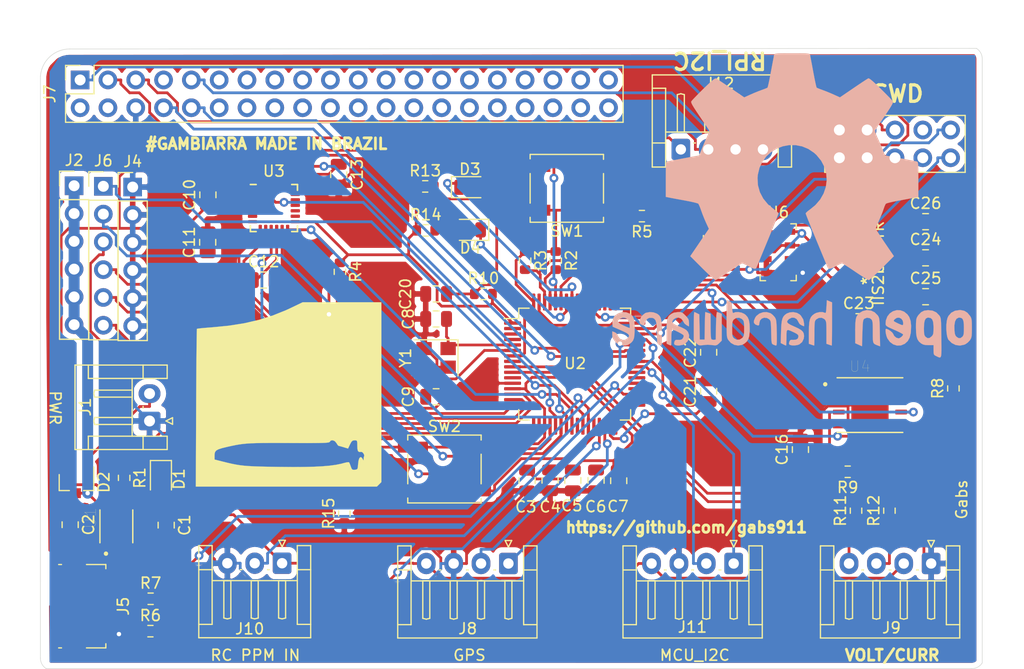
<source format=kicad_pcb>
(kicad_pcb (version 20171130) (host pcbnew "(5.1.9)-1")
  (layers (0 F.Cu signal) (31 B.Cu signal) (34 B.Paste user) (35 F.Paste user) (36 B.SilkS user) (37 F.SilkS user) (38 B.Mask user) (39 F.Mask user) (44 Edge.Cuts user))
  (net 0 "")
  (net 1 GNDPWR)
  (net 2 /unreg5V)
  (net 3 /3V3)
  (net 4 /PH0)
  (net 5 "Net-(C12-Pad1)")
  (net 6 "Net-(C13-Pad1)")
  (net 7 /NRST)
  (net 8 "Net-(C21-Pad1)")
  (net 9 "Net-(C22-Pad1)")
  (net 10 "Net-(D1-Pad1)")
  (net 11 /5V_BAT)
  (net 12 /5V_USB)
  (net 13 "Net-(D3-Pad1)")
  (net 14 "Net-(D3-Pad2)")
  (net 15 "Net-(D4-Pad2)")
  (net 16 "Net-(D4-Pad1)")
  (net 17 "Net-(J3-Pad4)")
  (net 18 "Net-(J3-Pad7)")
  (net 19 "Net-(J3-Pad8)")
  (net 20 /SWCLK)
  (net 21 /SWDIO)
  (net 22 "Net-(J5-Pad2)")
  (net 23 "Net-(J5-Pad3)")
  (net 24 "Net-(J5-Pad4)")
  (net 25 /OUT1)
  (net 26 /OUT2)
  (net 27 /OUT3)
  (net 28 /OUT4)
  (net 29 /OUT5)
  (net 30 /OUT6)
  (net 31 "Net-(J7-Pad2)")
  (net 32 "Net-(J7-Pad4)")
  (net 33 "Net-(J7-Pad7)")
  (net 34 /UART1_RX)
  (net 35 /UART1_TX)
  (net 36 "Net-(J7-Pad11)")
  (net 37 "Net-(J7-Pad12)")
  (net 38 "Net-(J7-Pad13)")
  (net 39 "Net-(J7-Pad14)")
  (net 40 "Net-(J7-Pad15)")
  (net 41 "Net-(J7-Pad16)")
  (net 42 "Net-(J7-Pad17)")
  (net 43 "Net-(J7-Pad18)")
  (net 44 "Net-(J7-Pad19)")
  (net 45 "Net-(J7-Pad20)")
  (net 46 "Net-(J7-Pad21)")
  (net 47 "Net-(J7-Pad22)")
  (net 48 "Net-(J7-Pad23)")
  (net 49 "Net-(J7-Pad24)")
  (net 50 "Net-(J7-Pad25)")
  (net 51 "Net-(J7-Pad26)")
  (net 52 "Net-(J7-Pad27)")
  (net 53 "Net-(J7-Pad28)")
  (net 54 "Net-(J7-Pad29)")
  (net 55 "Net-(J7-Pad30)")
  (net 56 "Net-(J7-Pad31)")
  (net 57 "Net-(J7-Pad32)")
  (net 58 "Net-(J7-Pad33)")
  (net 59 "Net-(J7-Pad34)")
  (net 60 "Net-(J7-Pad35)")
  (net 61 "Net-(J7-Pad36)")
  (net 62 "Net-(J7-Pad37)")
  (net 63 "Net-(J7-Pad38)")
  (net 64 "Net-(J7-Pad39)")
  (net 65 "Net-(J7-Pad40)")
  (net 66 /GPS_TX)
  (net 67 /GPS_RX)
  (net 68 "Net-(J9-Pad4)")
  (net 69 "Net-(J9-Pad3)")
  (net 70 /RC_PPM_IN)
  (net 71 /I2C1_SCL)
  (net 72 /I2C1_SDA)
  (net 73 /GYRO_CS)
  (net 74 /BOOT0)
  (net 75 /USB+)
  (net 76 /USB-)
  (net 77 "Net-(R8-Pad1)")
  (net 78 "Net-(R9-Pad1)")
  (net 79 /VOLT)
  (net 80 /CURR)
  (net 81 "Net-(U1-Pad4)")
  (net 82 "Net-(U2-Pad2)")
  (net 83 "Net-(U2-Pad3)")
  (net 84 "Net-(U2-Pad4)")
  (net 85 "Net-(U2-Pad8)")
  (net 86 "Net-(U2-Pad11)")
  (net 87 /GYRO_SCK)
  (net 88 /GYRO_MISO)
  (net 89 /GYRO_MOSI)
  (net 90 /GYRO_INT)
  (net 91 "Net-(U2-Pad25)")
  (net 92 "Net-(U2-Pad33)")
  (net 93 "Net-(U2-Pad34)")
  (net 94 "Net-(U2-Pad36)")
  (net 95 "Net-(U2-Pad37)")
  (net 96 "Net-(U2-Pad38)")
  (net 97 "Net-(U2-Pad39)")
  (net 98 "Net-(U2-Pad50)")
  (net 99 /FLASH_SCK)
  (net 100 /FLASH_MISO)
  (net 101 /FLASH_MOSI)
  (net 102 "Net-(U2-Pad54)")
  (net 103 /FLASH_CS)
  (net 104 "Net-(U2-Pad56)")
  (net 105 /MAG_DRDY)
  (net 106 "Net-(U3-Pad6)")
  (net 107 "Net-(U3-Pad7)")
  (net 108 "Net-(U6-Pad6)")
  (net 109 /PH1)
  (net 110 "Net-(C23-Pad2)")
  (net 111 "Net-(U7-Pad2)")
  (net 112 "Net-(U7-Pad11)")
  (net 113 "Net-(U7-Pad12)")
  (net 114 "Net-(C4-Pad2)")
  (net 115 "Net-(C6-Pad2)")
  (net 116 /3.3V_RPI)
  (net 117 /SDA_RPI)
  (net 118 /SCL_RPI)
  (net 119 /GND_RPI)
  (net 120 /I2C3_SCL)
  (net 121 /I2C3_SDA)
  (net 122 /BOOT1)
  (module Symbol:OSHW-Logo2_36.5x30mm_SilkScreen (layer B.Cu) (at 91.694 68.58 180)
    (fp_text reference REF** hide)
    (fp_text value OSHW-Logo2_36.5x30mm_SilkScreen hide)
  )
  (module Connector_JST:JST_EH_S4B-EH_1x04_P2.50mm_Horizontal (layer F.Cu) (at 104.394 101.346 180)
    (fp_text reference J9 (at 3.62 -5.88) (layer F.SilkS))
    (fp_text value Conn_01x04)
    (pad 4 thru_hole oval (at 7.5 0 180) (size 1.7 1.95) (drill 0.95) (layers *.Cu *.Mask) (net 68 "Net-(J9-Pad4)"))
    (pad 3 thru_hole oval (at 5 0 180) (size 1.7 1.95) (drill 0.95) (layers *.Cu *.Mask) (net 69 "Net-(J9-Pad3)"))
    (pad 2 thru_hole oval (at 2.5 0 180) (size 1.7 1.95) (drill 0.95) (layers *.Cu *.Mask) (net 2 /unreg5V))
    (pad 1 thru_hole roundrect (at 0 0 180) (size 1.7 1.95) (drill 0.95) (layers *.Cu *.Mask) (roundrect_rratio 0.147059) (net 1 GNDPWR))
  )
  (module Connector_JST:JST_EH_S4B-EH_1x04_P2.50mm_Horizontal (layer F.Cu) (at 65.786 101.346 180)
    (fp_text reference J8 (at 3.72 -5.96) (layer F.SilkS))
    (fp_text value Conn_01x04)
    (pad 4 thru_hole oval (at 7.5 0 180) (size 1.7 1.95) (drill 0.95) (layers *.Cu *.Mask) (net 2 /unreg5V))
    (pad 3 thru_hole oval (at 5 0 180) (size 1.7 1.95) (drill 0.95) (layers *.Cu *.Mask) (net 1 GNDPWR))
    (pad 2 thru_hole oval (at 2.5 0 180) (size 1.7 1.95) (drill 0.95) (layers *.Cu *.Mask) (net 66 /GPS_TX))
    (pad 1 thru_hole roundrect (at 0 0 180) (size 1.7 1.95) (drill 0.95) (layers *.Cu *.Mask) (roundrect_rratio 0.147059) (net 67 /GPS_RX))
  )
  (module Connector_JST:JST_EH_S3B-EH_1x03_P2.50mm_Horizontal (layer F.Cu) (at 45.116 101.32 180)
    (fp_text reference J10 (at 2.96 -6) (layer F.SilkS))
    (fp_text value Conn_01x03_Male)
    (pad 3 thru_hole oval (at 5 0 180) (size 1.7 1.95) (drill 0.95) (layers *.Cu *.Mask) (net 1 GNDPWR))
    (pad 2 thru_hole oval (at 2.5 0 180) (size 1.7 1.95) (drill 0.95) (layers *.Cu *.Mask) (net 70 /RC_PPM_IN))
    (pad 1 thru_hole roundrect (at 0 0 180) (size 1.7 1.95) (drill 0.95) (layers *.Cu *.Mask) (roundrect_rratio 0.147059) (net 2 /unreg5V))
  )
  (module Downloads:nautilus (layer F.Cu) (at 45.72 85.852)
    (fp_text reference G*** hide)
    (fp_text value LOGO hide)
  )
  (module Capacitor_SMD:C_0805_2012Metric (layer F.Cu) (at 34.53 97.84 270)
    (fp_text reference C1 (at 0 -1.68 90) (layer F.SilkS))
    (fp_text value 10uF)
    (pad 2 smd roundrect (at 0.95 0 270) (size 1 1.45) (layers F.Cu F.Paste F.Mask) (net 1 GNDPWR))
    (pad 1 smd roundrect (at -0.95 0 270) (size 1 1.45) (layers F.Cu F.Paste F.Mask) (net 2 /unreg5V))
  )
  (module Capacitor_SMD:C_0805_2012Metric (layer F.Cu) (at 25.76 97.8 270)
    (fp_text reference C2 (at 0 -1.68 90) (layer F.SilkS))
    (fp_text value 10uF)
    (pad 1 smd roundrect (at -0.95 0 270) (size 1 1.45) (layers F.Cu F.Paste F.Mask) (net 3 /3V3))
    (pad 2 smd roundrect (at 0.95 0 270) (size 1 1.45) (layers F.Cu F.Paste F.Mask) (net 1 GNDPWR))
  )
  (module Capacitor_SMD:C_0805_2012Metric (layer F.Cu) (at 67.49 93.762 90)
    (fp_text reference C3 (at -2.41 -0.11) (layer F.SilkS))
    (fp_text value 100nF)
    (pad 2 smd roundrect (at 0.95 0 90) (size 1 1.45) (layers F.Cu F.Paste F.Mask) (net 3 /3V3))
    (pad 1 smd roundrect (at -0.95 0 90) (size 1 1.45) (layers F.Cu F.Paste F.Mask) (net 1 GNDPWR))
  )
  (module Capacitor_SMD:C_0805_2012Metric (layer F.Cu) (at 69.59 93.742 90)
    (fp_text reference C4 (at -2.43 0.01) (layer F.SilkS))
    (fp_text value 100nF)
    (pad 1 smd roundrect (at -0.95 0 90) (size 1 1.45) (layers F.Cu F.Paste F.Mask) (net 1 GNDPWR))
    (pad 2 smd roundrect (at 0.95 0 90) (size 1 1.45) (layers F.Cu F.Paste F.Mask) (net 114 "Net-(C4-Pad2)"))
  )
  (module Capacitor_SMD:C_0805_2012Metric (layer F.Cu) (at 71.67 93.752 90)
    (fp_text reference C5 (at -2.31 -0.1) (layer F.SilkS))
    (fp_text value 100nF)
    (pad 2 smd roundrect (at 0.95 0 90) (size 1 1.45) (layers F.Cu F.Paste F.Mask) (net 3 /3V3))
    (pad 1 smd roundrect (at -0.95 0 90) (size 1 1.45) (layers F.Cu F.Paste F.Mask) (net 1 GNDPWR))
  )
  (module Capacitor_SMD:C_0805_2012Metric (layer F.Cu) (at 73.79 93.752 90)
    (fp_text reference C6 (at -2.4 -0.03) (layer F.SilkS))
    (fp_text value 100nF)
    (pad 1 smd roundrect (at -0.95 0 90) (size 1 1.45) (layers F.Cu F.Paste F.Mask) (net 1 GNDPWR))
    (pad 2 smd roundrect (at 0.95 0 90) (size 1 1.45) (layers F.Cu F.Paste F.Mask) (net 115 "Net-(C6-Pad2)"))
  )
  (module Capacitor_SMD:C_0805_2012Metric (layer F.Cu) (at 75.86 93.782 90)
    (fp_text reference C7 (at -2.34 -0.07) (layer F.SilkS))
    (fp_text value 100nF)
    (pad 1 smd roundrect (at -0.95 0 90) (size 1 1.45) (layers F.Cu F.Paste F.Mask) (net 1 GNDPWR))
    (pad 2 smd roundrect (at 0.95 0 90) (size 1 1.45) (layers F.Cu F.Paste F.Mask) (net 3 /3V3))
  )
  (module Capacitor_SMD:C_0805_2012Metric (layer F.Cu) (at 59.182 78.994 180)
    (fp_text reference C8 (at 2.54 0 90) (layer F.SilkS))
    (fp_text value 10pF)
    (pad 1 smd roundrect (at -0.95 0 180) (size 1 1.45) (layers F.Cu F.Paste F.Mask) (net 4 /PH0))
    (pad 2 smd roundrect (at 0.95 0 180) (size 1 1.45) (layers F.Cu F.Paste F.Mask) (net 1 GNDPWR))
  )
  (module Capacitor_SMD:C_0805_2012Metric (layer F.Cu) (at 59.182 86.106)
    (fp_text reference C9 (at -2.54 0 90) (layer F.SilkS))
    (fp_text value 10pF)
    (pad 2 smd roundrect (at 0.95 0) (size 1 1.45) (layers F.Cu F.Paste F.Mask) (net 1 GNDPWR))
    (pad 1 smd roundrect (at -0.95 0) (size 1 1.45) (layers F.Cu F.Paste F.Mask) (net 109 /PH1))
  )
  (module Capacitor_SMD:C_0805_2012Metric (layer F.Cu) (at 38.34 67.648 90)
    (fp_text reference C10 (at 0 -1.68 90) (layer F.SilkS))
    (fp_text value 2.2UuF)
    (pad 1 smd roundrect (at -0.95 0 90) (size 1 1.45) (layers F.Cu F.Paste F.Mask) (net 3 /3V3))
    (pad 2 smd roundrect (at 0.95 0 90) (size 1 1.45) (layers F.Cu F.Paste F.Mask) (net 1 GNDPWR))
  )
  (module Capacitor_SMD:C_0805_2012Metric (layer F.Cu) (at 38.32 71.988 90)
    (fp_text reference C11 (at 0 -1.68 90) (layer F.SilkS))
    (fp_text value 100nF)
    (pad 2 smd roundrect (at 0.95 0 90) (size 1 1.45) (layers F.Cu F.Paste F.Mask) (net 1 GNDPWR))
    (pad 1 smd roundrect (at -0.95 0 90) (size 1 1.45) (layers F.Cu F.Paste F.Mask) (net 3 /3V3))
  )
  (module Capacitor_SMD:C_0805_2012Metric (layer F.Cu) (at 43.434 75.438)
    (fp_text reference C12 (at 0 -1.68) (layer F.SilkS))
    (fp_text value 100nF)
    (pad 2 smd roundrect (at 0.95 0) (size 1 1.45) (layers F.Cu F.Paste F.Mask) (net 1 GNDPWR))
    (pad 1 smd roundrect (at -0.95 0) (size 1 1.45) (layers F.Cu F.Paste F.Mask) (net 5 "Net-(C12-Pad1)"))
  )
  (module Capacitor_SMD:C_0805_2012Metric (layer F.Cu) (at 50.29 65.808 270)
    (fp_text reference C13 (at 0 -1.68 90) (layer F.SilkS))
    (fp_text value 2.2nF)
    (pad 2 smd roundrect (at 0.95 0 270) (size 1 1.45) (layers F.Cu F.Paste F.Mask) (net 1 GNDPWR))
    (pad 1 smd roundrect (at -0.95 0 270) (size 1 1.45) (layers F.Cu F.Paste F.Mask) (net 6 "Net-(C13-Pad1)"))
  )
  (module Capacitor_SMD:C_0805_2012Metric (layer F.Cu) (at 92.456 90.932 90)
    (fp_text reference C16 (at 0 -1.68 90) (layer F.SilkS))
    (fp_text value 100nF)
    (pad 1 smd roundrect (at -0.95 0 90) (size 1 1.45) (layers F.Cu F.Paste F.Mask) (net 3 /3V3))
    (pad 2 smd roundrect (at 0.95 0 90) (size 1 1.45) (layers F.Cu F.Paste F.Mask) (net 1 GNDPWR))
  )
  (module Capacitor_SMD:C_0805_2012Metric (layer F.Cu) (at 84.328 71.628 270)
    (fp_text reference C19 (at 0 -1.68 90) (layer F.SilkS))
    (fp_text value 100nF)
    (pad 1 smd roundrect (at -0.95 0 270) (size 1 1.45) (layers F.Cu F.Paste F.Mask) (net 3 /3V3))
    (pad 2 smd roundrect (at 0.95 0 270) (size 1 1.45) (layers F.Cu F.Paste F.Mask) (net 1 GNDPWR))
  )
  (module Capacitor_SMD:C_0805_2012Metric (layer F.Cu) (at 59.182 76.708 180)
    (fp_text reference C20 (at 2.794 0 90) (layer F.SilkS))
    (fp_text value 100nF)
    (pad 1 smd roundrect (at -0.95 0 180) (size 1 1.45) (layers F.Cu F.Paste F.Mask) (net 7 /NRST))
    (pad 2 smd roundrect (at 0.95 0 180) (size 1 1.45) (layers F.Cu F.Paste F.Mask) (net 1 GNDPWR))
  )
  (module Capacitor_SMD:C_0805_2012Metric (layer F.Cu) (at 84.074 85.598 90)
    (fp_text reference C21 (at 0 -1.68 90) (layer F.SilkS))
    (fp_text value 2.2uF)
    (pad 2 smd roundrect (at 0.95 0 90) (size 1 1.45) (layers F.Cu F.Paste F.Mask) (net 1 GNDPWR))
    (pad 1 smd roundrect (at -0.95 0 90) (size 1 1.45) (layers F.Cu F.Paste F.Mask) (net 8 "Net-(C21-Pad1)"))
  )
  (module Capacitor_SMD:C_0805_2012Metric (layer F.Cu) (at 84.074 82.042 90)
    (fp_text reference C22 (at 0 -1.68 90) (layer F.SilkS))
    (fp_text value 2.2uF)
    (pad 1 smd roundrect (at -0.95 0 90) (size 1 1.45) (layers F.Cu F.Paste F.Mask) (net 9 "Net-(C22-Pad1)"))
    (pad 2 smd roundrect (at 0.95 0 90) (size 1 1.45) (layers F.Cu F.Paste F.Mask) (net 1 GNDPWR))
  )
  (module Capacitor_SMD:C_0805_2012Metric (layer F.Cu) (at 97.79 79.248)
    (fp_text reference C23 (at 0 -1.68) (layer F.SilkS))
    (fp_text value 220nF)
    (pad 2 smd roundrect (at 0.95 0) (size 1 1.45) (layers F.Cu F.Paste F.Mask) (net 110 "Net-(C23-Pad2)"))
    (pad 1 smd roundrect (at -0.95 0) (size 1 1.45) (layers F.Cu F.Paste F.Mask) (net 1 GNDPWR))
  )
  (module Capacitor_SMD:C_0805_2012Metric (layer F.Cu) (at 103.886 73.406)
    (fp_text reference C24 (at 0 -1.68) (layer F.SilkS))
    (fp_text value 100nF)
    (pad 1 smd roundrect (at -0.95 0) (size 1 1.45) (layers F.Cu F.Paste F.Mask) (net 3 /3V3))
    (pad 2 smd roundrect (at 0.95 0) (size 1 1.45) (layers F.Cu F.Paste F.Mask) (net 1 GNDPWR))
  )
  (module Capacitor_SMD:C_0805_2012Metric (layer F.Cu) (at 103.886 76.962)
    (fp_text reference C25 (at 0 -1.68) (layer F.SilkS))
    (fp_text value 100nF)
    (pad 2 smd roundrect (at 0.95 0) (size 1 1.45) (layers F.Cu F.Paste F.Mask) (net 1 GNDPWR))
    (pad 1 smd roundrect (at -0.95 0) (size 1 1.45) (layers F.Cu F.Paste F.Mask) (net 3 /3V3))
  )
  (module Capacitor_SMD:C_0805_2012Metric (layer F.Cu) (at 103.886 70.104)
    (fp_text reference C26 (at 0 -1.68) (layer F.SilkS))
    (fp_text value 10uF)
    (pad 2 smd roundrect (at 0.95 0) (size 1 1.45) (layers F.Cu F.Paste F.Mask) (net 1 GNDPWR))
    (pad 1 smd roundrect (at -0.95 0) (size 1 1.45) (layers F.Cu F.Paste F.Mask) (net 3 /3V3))
  )
  (module LED_SMD:LED_0805_2012Metric (layer F.Cu) (at 34.05 93.62 270)
    (fp_text reference D1 (at 0 -1.65 90) (layer F.SilkS))
    (fp_text value LED)
    (pad 1 smd roundrect (at -0.9375 0 270) (size 0.975 1.4) (layers F.Cu F.Paste F.Mask) (net 10 "Net-(D1-Pad1)"))
    (pad 2 smd roundrect (at 0.9375 0 270) (size 0.975 1.4) (layers F.Cu F.Paste F.Mask) (net 3 /3V3))
  )
  (module Package_TO_SOT_SMD:SOT-23 (layer F.Cu) (at 26.34 93.92 270)
    (fp_text reference D2 (at 0 -2.5 90) (layer F.SilkS))
    (fp_text value BAT54C)
    (pad 1 smd rect (at -1 -0.95 270) (size 0.9 0.8) (layers F.Cu F.Paste F.Mask) (net 11 /5V_BAT))
    (pad 2 smd rect (at -1 0.95 270) (size 0.9 0.8) (layers F.Cu F.Paste F.Mask) (net 12 /5V_USB))
    (pad 3 smd rect (at 1 0 270) (size 0.9 0.8) (layers F.Cu F.Paste F.Mask) (net 2 /unreg5V))
  )
  (module LED_SMD:LED_0805_2012Metric (layer F.Cu) (at 62.268 66.952)
    (fp_text reference D3 (at 0 -1.65) (layer F.SilkS))
    (fp_text value LED)
    (pad 2 smd roundrect (at 0.9375 0) (size 0.975 1.4) (layers F.Cu F.Paste F.Mask) (net 14 "Net-(D3-Pad2)"))
    (pad 1 smd roundrect (at -0.9375 0) (size 0.975 1.4) (layers F.Cu F.Paste F.Mask) (net 13 "Net-(D3-Pad1)"))
  )
  (module LED_SMD:LED_0805_2012Metric (layer F.Cu) (at 62.308 70.852 180)
    (fp_text reference D4 (at 0 -1.65) (layer F.SilkS))
    (fp_text value LED)
    (pad 1 smd roundrect (at -0.9375 0 180) (size 0.975 1.4) (layers F.Cu F.Paste F.Mask) (net 16 "Net-(D4-Pad1)"))
    (pad 2 smd roundrect (at 0.9375 0 180) (size 0.975 1.4) (layers F.Cu F.Paste F.Mask) (net 15 "Net-(D4-Pad2)"))
  )
  (module Connector_PinHeader_2.54mm:PinHeader_1x06_P2.54mm_Vertical (layer F.Cu) (at 26.12 66.82)
    (fp_text reference J2 (at 0 -2.33) (layer F.SilkS))
    (fp_text value Conn_01x06_Male)
    (pad 1 thru_hole rect (at 0 0) (size 1.7 1.7) (drill 1) (layers *.Cu *.Mask) (net 2 /unreg5V))
    (pad 2 thru_hole oval (at 0 2.54) (size 1.7 1.7) (drill 1) (layers *.Cu *.Mask) (net 2 /unreg5V))
    (pad 3 thru_hole oval (at 0 5.08) (size 1.7 1.7) (drill 1) (layers *.Cu *.Mask) (net 2 /unreg5V))
    (pad 4 thru_hole oval (at 0 7.62) (size 1.7 1.7) (drill 1) (layers *.Cu *.Mask) (net 2 /unreg5V))
    (pad 5 thru_hole oval (at 0 10.16) (size 1.7 1.7) (drill 1) (layers *.Cu *.Mask) (net 2 /unreg5V))
    (pad 6 thru_hole oval (at 0 12.7) (size 1.7 1.7) (drill 1) (layers *.Cu *.Mask) (net 2 /unreg5V))
  )
  (module Connector_PinHeader_2.54mm:PinHeader_2x05_P2.54mm_Vertical (layer F.Cu) (at 96.012 64.262 90)
    (fp_text reference J3 (at 1.27 -2.33 90) (layer F.SilkS))
    (fp_text value Conn_02x05_Counter_Clockwise)
    (pad 1 thru_hole rect (at 0 0 90) (size 1.7 1.7) (drill 1) (layers *.Cu *.Mask) (net 3 /3V3))
    (pad 2 thru_hole oval (at 2.54 0 90) (size 1.7 1.7) (drill 1) (layers *.Cu *.Mask) (net 1 GNDPWR))
    (pad 3 thru_hole oval (at 0 2.54 90) (size 1.7 1.7) (drill 1) (layers *.Cu *.Mask) (net 1 GNDPWR))
    (pad 4 thru_hole oval (at 2.54 2.54 90) (size 1.7 1.7) (drill 1) (layers *.Cu *.Mask) (net 17 "Net-(J3-Pad4)"))
    (pad 5 thru_hole oval (at 0 5.08 90) (size 1.7 1.7) (drill 1) (layers *.Cu *.Mask) (net 1 GNDPWR))
    (pad 6 thru_hole oval (at 2.54 5.08 90) (size 1.7 1.7) (drill 1) (layers *.Cu *.Mask) (net 7 /NRST))
    (pad 7 thru_hole oval (at 0 7.62 90) (size 1.7 1.7) (drill 1) (layers *.Cu *.Mask) (net 18 "Net-(J3-Pad7)"))
    (pad 8 thru_hole oval (at 2.54 7.62 90) (size 1.7 1.7) (drill 1) (layers *.Cu *.Mask) (net 19 "Net-(J3-Pad8)"))
    (pad 9 thru_hole oval (at 0 10.16 90) (size 1.7 1.7) (drill 1) (layers *.Cu *.Mask) (net 20 /SWCLK))
    (pad 10 thru_hole oval (at 2.54 10.16 90) (size 1.7 1.7) (drill 1) (layers *.Cu *.Mask) (net 21 /SWDIO))
  )
  (module Connector_PinHeader_2.54mm:PinHeader_1x06_P2.54mm_Vertical (layer F.Cu) (at 31.47 66.94)
    (fp_text reference J4 (at 0 -2.33) (layer F.SilkS))
    (fp_text value Conn_01x06_Male)
    (pad 6 thru_hole oval (at 0 12.7) (size 1.7 1.7) (drill 1) (layers *.Cu *.Mask) (net 1 GNDPWR))
    (pad 5 thru_hole oval (at 0 10.16) (size 1.7 1.7) (drill 1) (layers *.Cu *.Mask) (net 1 GNDPWR))
    (pad 4 thru_hole oval (at 0 7.62) (size 1.7 1.7) (drill 1) (layers *.Cu *.Mask) (net 1 GNDPWR))
    (pad 3 thru_hole oval (at 0 5.08) (size 1.7 1.7) (drill 1) (layers *.Cu *.Mask) (net 1 GNDPWR))
    (pad 2 thru_hole oval (at 0 2.54) (size 1.7 1.7) (drill 1) (layers *.Cu *.Mask) (net 1 GNDPWR))
    (pad 1 thru_hole rect (at 0 0) (size 1.7 1.7) (drill 1) (layers *.Cu *.Mask) (net 1 GNDPWR))
  )
  (module Connector_USB:USB_Micro-B_Molex_47346-0001 (layer F.Cu) (at 27.31 105.25 270)
    (fp_text reference J5 (at 0 -3.3 270) (layer F.SilkS))
    (fp_text value USB_B_Micro)
    (pad 1 smd rect (at -1.3 -1.46 270) (size 0.45 1.38) (layers F.Cu F.Paste F.Mask) (net 12 /5V_USB))
    (pad 2 smd rect (at -0.65 -1.46 270) (size 0.45 1.38) (layers F.Cu F.Paste F.Mask) (net 22 "Net-(J5-Pad2)"))
    (pad 3 smd rect (at 0 -1.46 270) (size 0.45 1.38) (layers F.Cu F.Paste F.Mask) (net 23 "Net-(J5-Pad3)"))
    (pad 4 smd rect (at 0.65 -1.46 270) (size 0.45 1.38) (layers F.Cu F.Paste F.Mask) (net 24 "Net-(J5-Pad4)"))
    (pad 5 smd rect (at 1.3 -1.46 270) (size 0.45 1.38) (layers F.Cu F.Paste F.Mask) (net 1 GNDPWR))
    (pad 6 smd rect (at -2.4875 -1.375 270) (size 1.425 1.55) (layers F.Cu F.Paste F.Mask) (net 1 GNDPWR))
    (pad 6 smd rect (at 2.4875 -1.375 270) (size 1.425 1.55) (layers F.Cu F.Paste F.Mask) (net 1 GNDPWR))
    (pad 6 smd rect (at -3.375 1.2 270) (size 1.65 1.3) (layers F.Cu F.Paste F.Mask) (net 1 GNDPWR))
    (pad 6 smd rect (at 3.375 1.2 270) (size 1.65 1.3) (layers F.Cu F.Paste F.Mask) (net 1 GNDPWR))
    (pad 6 smd rect (at -1.15 1.2 270) (size 1.8 1.9) (layers F.Cu F.Paste F.Mask) (net 1 GNDPWR))
    (pad 6 smd rect (at 1.55 1.2 270) (size 1 1.9) (layers F.Cu F.Paste F.Mask) (net 1 GNDPWR))
  )
  (module Connector_PinHeader_2.54mm:PinHeader_1x06_P2.54mm_Vertical (layer F.Cu) (at 28.79 66.87)
    (fp_text reference J6 (at 0 -2.33) (layer F.SilkS))
    (fp_text value Conn_01x06_Male)
    (pad 1 thru_hole rect (at 0 0) (size 1.7 1.7) (drill 1) (layers *.Cu *.Mask) (net 25 /OUT1))
    (pad 2 thru_hole oval (at 0 2.54) (size 1.7 1.7) (drill 1) (layers *.Cu *.Mask) (net 26 /OUT2))
    (pad 3 thru_hole oval (at 0 5.08) (size 1.7 1.7) (drill 1) (layers *.Cu *.Mask) (net 27 /OUT3))
    (pad 4 thru_hole oval (at 0 7.62) (size 1.7 1.7) (drill 1) (layers *.Cu *.Mask) (net 28 /OUT4))
    (pad 5 thru_hole oval (at 0 10.16) (size 1.7 1.7) (drill 1) (layers *.Cu *.Mask) (net 29 /OUT5))
    (pad 6 thru_hole oval (at 0 12.7) (size 1.7 1.7) (drill 1) (layers *.Cu *.Mask) (net 30 /OUT6))
  )
  (module Connector_PinSocket_2.54mm:PinSocket_2x20_P2.54mm_Vertical (layer F.Cu) (at 26.67 57.15 90)
    (fp_text reference J7 (at -1.27 -2.77 90) (layer F.SilkS))
    (fp_text value Conn_02x20_Odd_Even)
    (pad 1 thru_hole rect (at 0 0 90) (size 1.7 1.7) (drill 1) (layers *.Cu *.Mask) (net 116 /3.3V_RPI))
    (pad 2 thru_hole oval (at -2.54 0 90) (size 1.7 1.7) (drill 1) (layers *.Cu *.Mask) (net 31 "Net-(J7-Pad2)"))
    (pad 3 thru_hole oval (at 0 2.54 90) (size 1.7 1.7) (drill 1) (layers *.Cu *.Mask) (net 117 /SDA_RPI))
    (pad 4 thru_hole oval (at -2.54 2.54 90) (size 1.7 1.7) (drill 1) (layers *.Cu *.Mask) (net 32 "Net-(J7-Pad4)"))
    (pad 5 thru_hole oval (at 0 5.08 90) (size 1.7 1.7) (drill 1) (layers *.Cu *.Mask) (net 118 /SCL_RPI))
    (pad 6 thru_hole oval (at -2.54 5.08 90) (size 1.7 1.7) (drill 1) (layers *.Cu *.Mask) (net 1 GNDPWR))
    (pad 7 thru_hole oval (at 0 7.62 90) (size 1.7 1.7) (drill 1) (layers *.Cu *.Mask) (net 33 "Net-(J7-Pad7)"))
    (pad 8 thru_hole oval (at -2.54 7.62 90) (size 1.7 1.7) (drill 1) (layers *.Cu *.Mask) (net 34 /UART1_RX))
    (pad 9 thru_hole oval (at 0 10.16 90) (size 1.7 1.7) (drill 1) (layers *.Cu *.Mask) (net 119 /GND_RPI))
    (pad 10 thru_hole oval (at -2.54 10.16 90) (size 1.7 1.7) (drill 1) (layers *.Cu *.Mask) (net 35 /UART1_TX))
    (pad 11 thru_hole oval (at 0 12.7 90) (size 1.7 1.7) (drill 1) (layers *.Cu *.Mask) (net 36 "Net-(J7-Pad11)"))
    (pad 12 thru_hole oval (at -2.54 12.7 90) (size 1.7 1.7) (drill 1) (layers *.Cu *.Mask) (net 37 "Net-(J7-Pad12)"))
    (pad 13 thru_hole oval (at 0 15.24 90) (size 1.7 1.7) (drill 1) (layers *.Cu *.Mask) (net 38 "Net-(J7-Pad13)"))
    (pad 14 thru_hole oval (at -2.54 15.24 90) (size 1.7 1.7) (drill 1) (layers *.Cu *.Mask) (net 39 "Net-(J7-Pad14)"))
    (pad 15 thru_hole oval (at 0 17.78 90) (size 1.7 1.7) (drill 1) (layers *.Cu *.Mask) (net 40 "Net-(J7-Pad15)"))
    (pad 16 thru_hole oval (at -2.54 17.78 90) (size 1.7 1.7) (drill 1) (layers *.Cu *.Mask) (net 41 "Net-(J7-Pad16)"))
    (pad 17 thru_hole oval (at 0 20.32 90) (size 1.7 1.7) (drill 1) (layers *.Cu *.Mask) (net 42 "Net-(J7-Pad17)"))
    (pad 18 thru_hole oval (at -2.54 20.32 90) (size 1.7 1.7) (drill 1) (layers *.Cu *.Mask) (net 43 "Net-(J7-Pad18)"))
    (pad 19 thru_hole oval (at 0 22.86 90) (size 1.7 1.7) (drill 1) (layers *.Cu *.Mask) (net 44 "Net-(J7-Pad19)"))
    (pad 20 thru_hole oval (at -2.54 22.86 90) (size 1.7 1.7) (drill 1) (layers *.Cu *.Mask) (net 45 "Net-(J7-Pad20)"))
    (pad 21 thru_hole oval (at 0 25.4 90) (size 1.7 1.7) (drill 1) (layers *.Cu *.Mask) (net 46 "Net-(J7-Pad21)"))
    (pad 22 thru_hole oval (at -2.54 25.4 90) (size 1.7 1.7) (drill 1) (layers *.Cu *.Mask) (net 47 "Net-(J7-Pad22)"))
    (pad 23 thru_hole oval (at 0 27.94 90) (size 1.7 1.7) (drill 1) (layers *.Cu *.Mask) (net 48 "Net-(J7-Pad23)"))
    (pad 24 thru_hole oval (at -2.54 27.94 90) (size 1.7 1.7) (drill 1) (layers *.Cu *.Mask) (net 49 "Net-(J7-Pad24)"))
    (pad 25 thru_hole oval (at 0 30.48 90) (size 1.7 1.7) (drill 1) (layers *.Cu *.Mask) (net 50 "Net-(J7-Pad25)"))
    (pad 26 thru_hole oval (at -2.54 30.48 90) (size 1.7 1.7) (drill 1) (layers *.Cu *.Mask) (net 51 "Net-(J7-Pad26)"))
    (pad 27 thru_hole oval (at 0 33.02 90) (size 1.7 1.7) (drill 1) (layers *.Cu *.Mask) (net 52 "Net-(J7-Pad27)"))
    (pad 28 thru_hole oval (at -2.54 33.02 90) (size 1.7 1.7) (drill 1) (layers *.Cu *.Mask) (net 53 "Net-(J7-Pad28)"))
    (pad 29 thru_hole oval (at 0 35.56 90) (size 1.7 1.7) (drill 1) (layers *.Cu *.Mask) (net 54 "Net-(J7-Pad29)"))
    (pad 30 thru_hole oval (at -2.54 35.56 90) (size 1.7 1.7) (drill 1) (layers *.Cu *.Mask) (net 55 "Net-(J7-Pad30)"))
    (pad 31 thru_hole oval (at 0 38.1 90) (size 1.7 1.7) (drill 1) (layers *.Cu *.Mask) (net 56 "Net-(J7-Pad31)"))
    (pad 32 thru_hole oval (at -2.54 38.1 90) (size 1.7 1.7) (drill 1) (layers *.Cu *.Mask) (net 57 "Net-(J7-Pad32)"))
    (pad 33 thru_hole oval (at 0 40.64 90) (size 1.7 1.7) (drill 1) (layers *.Cu *.Mask) (net 58 "Net-(J7-Pad33)"))
    (pad 34 thru_hole oval (at -2.54 40.64 90) (size 1.7 1.7) (drill 1) (layers *.Cu *.Mask) (net 59 "Net-(J7-Pad34)"))
    (pad 35 thru_hole oval (at 0 43.18 90) (size 1.7 1.7) (drill 1) (layers *.Cu *.Mask) (net 60 "Net-(J7-Pad35)"))
    (pad 36 thru_hole oval (at -2.54 43.18 90) (size 1.7 1.7) (drill 1) (layers *.Cu *.Mask) (net 61 "Net-(J7-Pad36)"))
    (pad 37 thru_hole oval (at 0 45.72 90) (size 1.7 1.7) (drill 1) (layers *.Cu *.Mask) (net 62 "Net-(J7-Pad37)"))
    (pad 38 thru_hole oval (at -2.54 45.72 90) (size 1.7 1.7) (drill 1) (layers *.Cu *.Mask) (net 63 "Net-(J7-Pad38)"))
    (pad 39 thru_hole oval (at 0 48.26 90) (size 1.7 1.7) (drill 1) (layers *.Cu *.Mask) (net 64 "Net-(J7-Pad39)"))
    (pad 40 thru_hole oval (at -2.54 48.26 90) (size 1.7 1.7) (drill 1) (layers *.Cu *.Mask) (net 65 "Net-(J7-Pad40)"))
  )
  (module Connector_JST:JST_EH_S4B-EH_1x04_P2.50mm_Horizontal (layer F.Cu) (at 86.36 101.346 180)
    (fp_text reference J11 (at 3.77 -5.81) (layer F.SilkS))
    (fp_text value Conn_01x04)
    (pad 1 thru_hole roundrect (at 0 0 180) (size 1.7 1.95) (drill 0.95) (layers *.Cu *.Mask) (roundrect_rratio 0.147059) (net 121 /I2C3_SDA))
    (pad 2 thru_hole oval (at 2.5 0 180) (size 1.7 1.95) (drill 0.95) (layers *.Cu *.Mask) (net 120 /I2C3_SCL))
    (pad 3 thru_hole oval (at 5 0 180) (size 1.7 1.95) (drill 0.95) (layers *.Cu *.Mask) (net 1 GNDPWR))
    (pad 4 thru_hole oval (at 7.5 0 180) (size 1.7 1.95) (drill 0.95) (layers *.Cu *.Mask) (net 2 /unreg5V))
  )
  (module Connector_JST:JST_EH_S4B-EH_1x04_P2.50mm_Horizontal (layer F.Cu) (at 81.534 63.5)
    (fp_text reference J12 (at 3.54 -6.03) (layer F.SilkS))
    (fp_text value Conn_01x04)
    (pad 4 thru_hole oval (at 7.5 0) (size 1.7 1.95) (drill 0.95) (layers *.Cu *.Mask) (net 116 /3.3V_RPI))
    (pad 3 thru_hole oval (at 5 0) (size 1.7 1.95) (drill 0.95) (layers *.Cu *.Mask) (net 119 /GND_RPI))
    (pad 2 thru_hole oval (at 2.5 0) (size 1.7 1.95) (drill 0.95) (layers *.Cu *.Mask) (net 118 /SCL_RPI))
    (pad 1 thru_hole roundrect (at 0 0) (size 1.7 1.95) (drill 0.95) (layers *.Cu *.Mask) (roundrect_rratio 0.147059) (net 117 /SDA_RPI))
  )
  (module Resistor_SMD:R_0603_1608Metric (layer F.Cu) (at 30.69 93.52 270)
    (fp_text reference R1 (at 0 -1.43 90) (layer F.SilkS))
    (fp_text value 330)
    (pad 1 smd roundrect (at -0.825 0 270) (size 0.8 0.95) (layers F.Cu F.Paste F.Mask) (net 1 GNDPWR))
    (pad 2 smd roundrect (at 0.825 0 270) (size 0.8 0.95) (layers F.Cu F.Paste F.Mask) (net 10 "Net-(D1-Pad1)"))
  )
  (module Resistor_SMD:R_0603_1608Metric (layer F.Cu) (at 70.104 73.66 270)
    (fp_text reference R2 (at 0 -1.43 90) (layer F.SilkS))
    (fp_text value 2K2)
    (pad 1 smd roundrect (at -0.825 0 270) (size 0.8 0.95) (layers F.Cu F.Paste F.Mask) (net 3 /3V3))
    (pad 2 smd roundrect (at 0.825 0 270) (size 0.8 0.95) (layers F.Cu F.Paste F.Mask) (net 71 /I2C1_SCL))
  )
  (module Resistor_SMD:R_0603_1608Metric (layer F.Cu) (at 67.31 73.66 270)
    (fp_text reference R3 (at 0 -1.43 90) (layer F.SilkS))
    (fp_text value 2K2)
    (pad 2 smd roundrect (at 0.825 0 270) (size 0.8 0.95) (layers F.Cu F.Paste F.Mask) (net 72 /I2C1_SDA))
    (pad 1 smd roundrect (at -0.825 0 270) (size 0.8 0.95) (layers F.Cu F.Paste F.Mask) (net 3 /3V3))
  )
  (module Resistor_SMD:R_0603_1608Metric (layer F.Cu) (at 50.4 74.688 270)
    (fp_text reference R4 (at 0 -1.43 90) (layer F.SilkS))
    (fp_text value 10K)
    (pad 1 smd roundrect (at -0.825 0 270) (size 0.8 0.95) (layers F.Cu F.Paste F.Mask) (net 3 /3V3))
    (pad 2 smd roundrect (at 0.825 0 270) (size 0.8 0.95) (layers F.Cu F.Paste F.Mask) (net 73 /GYRO_CS))
  )
  (module Resistor_SMD:R_0603_1608Metric (layer F.Cu) (at 77.978 69.596 180)
    (fp_text reference R5 (at 0 -1.43) (layer F.SilkS))
    (fp_text value 10K)
    (pad 2 smd roundrect (at 0.825 0 180) (size 0.8 0.95) (layers F.Cu F.Paste F.Mask) (net 74 /BOOT0))
    (pad 1 smd roundrect (at -0.825 0 180) (size 0.8 0.95) (layers F.Cu F.Paste F.Mask) (net 1 GNDPWR))
  )
  (module Resistor_SMD:R_0603_1608Metric (layer F.Cu) (at 33.09 107.53)
    (fp_text reference R6 (at 0 -1.43) (layer F.SilkS))
    (fp_text value 22)
    (pad 2 smd roundrect (at 0.825 0) (size 0.8 0.95) (layers F.Cu F.Paste F.Mask) (net 23 "Net-(J5-Pad3)"))
    (pad 1 smd roundrect (at -0.825 0) (size 0.8 0.95) (layers F.Cu F.Paste F.Mask) (net 75 /USB+))
  )
  (module Resistor_SMD:R_0603_1608Metric (layer F.Cu) (at 33.11 104.57)
    (fp_text reference R7 (at 0 -1.43) (layer F.SilkS))
    (fp_text value 22)
    (pad 1 smd roundrect (at -0.825 0) (size 0.8 0.95) (layers F.Cu F.Paste F.Mask) (net 22 "Net-(J5-Pad2)"))
    (pad 2 smd roundrect (at 0.825 0) (size 0.8 0.95) (layers F.Cu F.Paste F.Mask) (net 76 /USB-))
  )
  (module Resistor_SMD:R_0603_1608Metric (layer F.Cu) (at 106.426 85.344 90)
    (fp_text reference R8 (at 0 -1.43 90) (layer F.SilkS))
    (fp_text value 10K)
    (pad 1 smd roundrect (at -0.825 0 90) (size 0.8 0.95) (layers F.Cu F.Paste F.Mask) (net 77 "Net-(R8-Pad1)"))
    (pad 2 smd roundrect (at 0.825 0 90) (size 0.8 0.95) (layers F.Cu F.Paste F.Mask) (net 3 /3V3))
  )
  (module Resistor_SMD:R_0603_1608Metric (layer F.Cu) (at 96.774 92.964 180)
    (fp_text reference R9 (at 0 -1.43) (layer F.SilkS))
    (fp_text value 10K)
    (pad 2 smd roundrect (at 0.825 0 180) (size 0.8 0.95) (layers F.Cu F.Paste F.Mask) (net 3 /3V3))
    (pad 1 smd roundrect (at -0.825 0 180) (size 0.8 0.95) (layers F.Cu F.Paste F.Mask) (net 78 "Net-(R9-Pad1)"))
  )
  (module Resistor_SMD:R_0603_1608Metric (layer F.Cu) (at 63.5 76.708)
    (fp_text reference R10 (at 0 -1.43) (layer F.SilkS))
    (fp_text value 10K)
    (pad 1 smd roundrect (at -0.825 0) (size 0.8 0.95) (layers F.Cu F.Paste F.Mask) (net 7 /NRST))
    (pad 2 smd roundrect (at 0.825 0) (size 0.8 0.95) (layers F.Cu F.Paste F.Mask) (net 3 /3V3))
  )
  (module Resistor_SMD:R_0603_1608Metric (layer F.Cu) (at 97.536 96.52 90)
    (fp_text reference R11 (at 0 -1.43 90) (layer F.SilkS))
    (fp_text value 1K)
    (pad 2 smd roundrect (at 0.825 0 90) (size 0.8 0.95) (layers F.Cu F.Paste F.Mask) (net 79 /VOLT))
    (pad 1 smd roundrect (at -0.825 0 90) (size 0.8 0.95) (layers F.Cu F.Paste F.Mask) (net 68 "Net-(J9-Pad4)"))
  )
  (module Resistor_SMD:R_0603_1608Metric (layer F.Cu) (at 100.584 96.52 90)
    (fp_text reference R12 (at 0 -1.43 90) (layer F.SilkS))
    (fp_text value 1K)
    (pad 1 smd roundrect (at -0.825 0 90) (size 0.8 0.95) (layers F.Cu F.Paste F.Mask) (net 69 "Net-(J9-Pad3)"))
    (pad 2 smd roundrect (at 0.825 0 90) (size 0.8 0.95) (layers F.Cu F.Paste F.Mask) (net 80 /CURR))
  )
  (module Resistor_SMD:R_0603_1608Metric (layer F.Cu) (at 58.188 66.882)
    (fp_text reference R13 (at 0 -1.43) (layer F.SilkS))
    (fp_text value 330)
    (pad 2 smd roundrect (at 0.825 0) (size 0.8 0.95) (layers F.Cu F.Paste F.Mask) (net 14 "Net-(D3-Pad2)"))
    (pad 1 smd roundrect (at -0.825 0) (size 0.8 0.95) (layers F.Cu F.Paste F.Mask) (net 3 /3V3))
  )
  (module Resistor_SMD:R_0603_1608Metric (layer F.Cu) (at 58.233 70.902)
    (fp_text reference R14 (at 0 -1.43) (layer F.SilkS))
    (fp_text value 330)
    (pad 2 smd roundrect (at 0.825 0) (size 0.8 0.95) (layers F.Cu F.Paste F.Mask) (net 15 "Net-(D4-Pad2)"))
    (pad 1 smd roundrect (at -0.825 0) (size 0.8 0.95) (layers F.Cu F.Paste F.Mask) (net 3 /3V3))
  )
  (module Resistor_SMD:R_0603_1608Metric (layer F.Cu) (at 50.8 96.774 90)
    (fp_text reference R15 (at 0 -1.43 90) (layer F.SilkS))
    (fp_text value 10K)
    (pad 1 smd roundrect (at -0.825 0 90) (size 0.8 0.95) (layers F.Cu F.Paste F.Mask) (net 1 GNDPWR))
    (pad 2 smd roundrect (at 0.825 0 90) (size 0.8 0.95) (layers F.Cu F.Paste F.Mask) (net 122 /BOOT1))
  )
  (module Button_Switch_SMD:SW_SPST_EVQP0 (layer F.Cu) (at 71.12 67.056 180)
    (fp_text reference SW1 (at 0 -3.9) (layer F.SilkS))
    (fp_text value SW_DPST)
    (pad 1 smd rect (at 2.88 -2 180) (size 2.75 1) (layers F.Cu F.Paste F.Mask) (net 3 /3V3))
    (pad 1 smd rect (at -2.88 -2 180) (size 2.75 1) (layers F.Cu F.Paste F.Mask) (net 3 /3V3))
    (pad 2 smd rect (at -2.88 2 180) (size 2.75 1) (layers F.Cu F.Paste F.Mask) (net 74 /BOOT0))
    (pad 2 smd rect (at 2.88 2 180) (size 2.75 1) (layers F.Cu F.Paste F.Mask) (net 74 /BOOT0))
  )
  (module Button_Switch_SMD:SW_SPST_EVQP0 (layer F.Cu) (at 59.944 92.71)
    (fp_text reference SW2 (at 0 -3.9) (layer F.SilkS))
    (fp_text value SW_DPST)
    (pad 2 smd rect (at 2.88 2) (size 2.75 1) (layers F.Cu F.Paste F.Mask) (net 122 /BOOT1))
    (pad 2 smd rect (at -2.88 2) (size 2.75 1) (layers F.Cu F.Paste F.Mask) (net 122 /BOOT1))
    (pad 1 smd rect (at -2.88 -2) (size 2.75 1) (layers F.Cu F.Paste F.Mask) (net 3 /3V3))
    (pad 1 smd rect (at 2.88 -2) (size 2.75 1) (layers F.Cu F.Paste F.Mask) (net 3 /3V3))
  )
  (module LD39200PU33R:SON95P300X300X100-7N (layer F.Cu) (at 29.98 97.95 90)
    (fp_text reference U1 (at 0.765 -2.362 90) (layer F.SilkS) (effects (font (thickness 0.015))))
    (fp_text value LD39200PU33R)
    (pad 1 smd rect (at -1.435 -0.95 90) (size 0.86 0.4) (layers F.Cu F.Paste F.Mask) (net 3 /3V3))
    (pad 2 smd rect (at -1.435 0 90) (size 0.86 0.4) (layers F.Cu F.Paste F.Mask) (net 3 /3V3))
    (pad 3 smd rect (at -1.435 0.95 90) (size 0.86 0.4) (layers F.Cu F.Paste F.Mask) (net 1 GNDPWR))
    (pad 4 smd rect (at 1.435 0.95 90) (size 0.86 0.4) (layers F.Cu F.Paste F.Mask) (net 81 "Net-(U1-Pad4)"))
    (pad 5 smd rect (at 1.435 0 90) (size 0.86 0.4) (layers F.Cu F.Paste F.Mask) (net 2 /unreg5V))
    (pad 6 smd rect (at 1.435 -0.95 90) (size 0.86 0.4) (layers F.Cu F.Paste F.Mask) (net 2 /unreg5V))
    (pad 7 smd rect (at 0 0 90) (size 1.63 2.37) (layers F.Cu F.Mask) (net 1 GNDPWR))
  )
  (module Package_QFP:LQFP-64_10x10mm_P0.5mm (layer F.Cu) (at 71.84 83.122)
    (fp_text reference U2 (at 0.042 -0.064) (layer F.SilkS))
    (fp_text value STM32F405RGTx)
    (pad 1 smd roundrect (at -5.675 -3.75) (size 1.55 0.3) (layers F.Cu F.Paste F.Mask) (net 3 /3V3))
    (pad 2 smd roundrect (at -5.675 -3.25) (size 1.55 0.3) (layers F.Cu F.Paste F.Mask) (net 82 "Net-(U2-Pad2)"))
    (pad 3 smd roundrect (at -5.675 -2.75) (size 1.55 0.3) (layers F.Cu F.Paste F.Mask) (net 83 "Net-(U2-Pad3)"))
    (pad 4 smd roundrect (at -5.675 -2.25) (size 1.55 0.3) (layers F.Cu F.Paste F.Mask) (net 84 "Net-(U2-Pad4)"))
    (pad 5 smd roundrect (at -5.675 -1.75) (size 1.55 0.3) (layers F.Cu F.Paste F.Mask) (net 4 /PH0))
    (pad 6 smd roundrect (at -5.675 -1.25) (size 1.55 0.3) (layers F.Cu F.Paste F.Mask) (net 109 /PH1))
    (pad 7 smd roundrect (at -5.675 -0.75) (size 1.55 0.3) (layers F.Cu F.Paste F.Mask) (net 7 /NRST))
    (pad 8 smd roundrect (at -5.675 -0.25) (size 1.55 0.3) (layers F.Cu F.Paste F.Mask) (net 85 "Net-(U2-Pad8)"))
    (pad 9 smd roundrect (at -5.675 0.25) (size 1.55 0.3) (layers F.Cu F.Paste F.Mask) (net 80 /CURR))
    (pad 10 smd roundrect (at -5.675 0.75) (size 1.55 0.3) (layers F.Cu F.Paste F.Mask) (net 79 /VOLT))
    (pad 11 smd roundrect (at -5.675 1.25) (size 1.55 0.3) (layers F.Cu F.Paste F.Mask) (net 86 "Net-(U2-Pad11)"))
    (pad 12 smd roundrect (at -5.675 1.75) (size 1.55 0.3) (layers F.Cu F.Paste F.Mask) (net 1 GNDPWR))
    (pad 13 smd roundrect (at -5.675 2.25) (size 1.55 0.3) (layers F.Cu F.Paste F.Mask) (net 3 /3V3))
    (pad 14 smd roundrect (at -5.675 2.75) (size 1.55 0.3) (layers F.Cu F.Paste F.Mask) (net 30 /OUT6))
    (pad 15 smd roundrect (at -5.675 3.25) (size 1.55 0.3) (layers F.Cu F.Paste F.Mask) (net 29 /OUT5))
    (pad 16 smd roundrect (at -5.675 3.75) (size 1.55 0.3) (layers F.Cu F.Paste F.Mask) (net 28 /OUT4))
    (pad 17 smd roundrect (at -3.75 5.675) (size 0.3 1.55) (layers F.Cu F.Paste F.Mask) (net 27 /OUT3))
    (pad 18 smd roundrect (at -3.25 5.675) (size 0.3 1.55) (layers F.Cu F.Paste F.Mask) (net 1 GNDPWR))
    (pad 19 smd roundrect (at -2.75 5.675) (size 0.3 1.55) (layers F.Cu F.Paste F.Mask) (net 3 /3V3))
    (pad 20 smd roundrect (at -2.25 5.675) (size 0.3 1.55) (layers F.Cu F.Paste F.Mask) (net 73 /GYRO_CS))
    (pad 21 smd roundrect (at -1.75 5.675) (size 0.3 1.55) (layers F.Cu F.Paste F.Mask) (net 87 /GYRO_SCK))
    (pad 22 smd roundrect (at -1.25 5.675) (size 0.3 1.55) (layers F.Cu F.Paste F.Mask) (net 88 /GYRO_MISO))
    (pad 23 smd roundrect (at -0.75 5.675) (size 0.3 1.55) (layers F.Cu F.Paste F.Mask) (net 89 /GYRO_MOSI))
    (pad 24 smd roundrect (at -0.25 5.675) (size 0.3 1.55) (layers F.Cu F.Paste F.Mask) (net 90 /GYRO_INT))
    (pad 25 smd roundrect (at 0.25 5.675) (size 0.3 1.55) (layers F.Cu F.Paste F.Mask) (net 91 "Net-(U2-Pad25)"))
    (pad 26 smd roundrect (at 0.75 5.675) (size 0.3 1.55) (layers F.Cu F.Paste F.Mask) (net 25 /OUT1))
    (pad 27 smd roundrect (at 1.25 5.675) (size 0.3 1.55) (layers F.Cu F.Paste F.Mask) (net 26 /OUT2))
    (pad 28 smd roundrect (at 1.75 5.675) (size 0.3 1.55) (layers F.Cu F.Paste F.Mask) (net 122 /BOOT1))
    (pad 29 smd roundrect (at 2.25 5.675) (size 0.3 1.55) (layers F.Cu F.Paste F.Mask) (net 66 /GPS_TX))
    (pad 30 smd roundrect (at 2.75 5.675) (size 0.3 1.55) (layers F.Cu F.Paste F.Mask) (net 67 /GPS_RX))
    (pad 31 smd roundrect (at 3.25 5.675) (size 0.3 1.55) (layers F.Cu F.Paste F.Mask) (net 8 "Net-(C21-Pad1)"))
    (pad 32 smd roundrect (at 3.75 5.675) (size 0.3 1.55) (layers F.Cu F.Paste F.Mask) (net 3 /3V3))
    (pad 33 smd roundrect (at 5.675 3.75) (size 1.55 0.3) (layers F.Cu F.Paste F.Mask) (net 92 "Net-(U2-Pad33)"))
    (pad 34 smd roundrect (at 5.675 3.25) (size 1.55 0.3) (layers F.Cu F.Paste F.Mask) (net 93 "Net-(U2-Pad34)"))
    (pad 35 smd roundrect (at 5.675 2.75) (size 1.55 0.3) (layers F.Cu F.Paste F.Mask) (net 70 /RC_PPM_IN))
    (pad 36 smd roundrect (at 5.675 2.25) (size 1.55 0.3) (layers F.Cu F.Paste F.Mask) (net 94 "Net-(U2-Pad36)"))
    (pad 37 smd roundrect (at 5.675 1.75) (size 1.55 0.3) (layers F.Cu F.Paste F.Mask) (net 95 "Net-(U2-Pad37)"))
    (pad 38 smd roundrect (at 5.675 1.25) (size 1.55 0.3) (layers F.Cu F.Paste F.Mask) (net 96 "Net-(U2-Pad38)"))
    (pad 39 smd roundrect (at 5.675 0.75) (size 1.55 0.3) (layers F.Cu F.Paste F.Mask) (net 97 "Net-(U2-Pad39)"))
    (pad 40 smd roundrect (at 5.675 0.25) (size 1.55 0.3) (layers F.Cu F.Paste F.Mask) (net 121 /I2C3_SDA))
    (pad 41 smd roundrect (at 5.675 -0.25) (size 1.55 0.3) (layers F.Cu F.Paste F.Mask) (net 120 /I2C3_SCL))
    (pad 42 smd roundrect (at 5.675 -0.75) (size 1.55 0.3) (layers F.Cu F.Paste F.Mask) (net 35 /UART1_TX))
    (pad 43 smd roundrect (at 5.675 -1.25) (size 1.55 0.3) (layers F.Cu F.Paste F.Mask) (net 34 /UART1_RX))
    (pad 44 smd roundrect (at 5.675 -1.75) (size 1.55 0.3) (layers F.Cu F.Paste F.Mask) (net 76 /USB-))
    (pad 45 smd roundrect (at 5.675 -2.25) (size 1.55 0.3) (layers F.Cu F.Paste F.Mask) (net 75 /USB+))
    (pad 46 smd roundrect (at 5.675 -2.75) (size 1.55 0.3) (layers F.Cu F.Paste F.Mask) (net 21 /SWDIO))
    (pad 47 smd roundrect (at 5.675 -3.25) (size 1.55 0.3) (layers F.Cu F.Paste F.Mask) (net 9 "Net-(C22-Pad1)"))
    (pad 48 smd roundrect (at 5.675 -3.75) (size 1.55 0.3) (layers F.Cu F.Paste F.Mask) (net 3 /3V3))
    (pad 49 smd roundrect (at 3.75 -5.675) (size 0.3 1.55) (layers F.Cu F.Paste F.Mask) (net 20 /SWCLK))
    (pad 50 smd roundrect (at 3.25 -5.675) (size 0.3 1.55) (layers F.Cu F.Paste F.Mask) (net 98 "Net-(U2-Pad50)"))
    (pad 51 smd roundrect (at 2.75 -5.675) (size 0.3 1.55) (layers F.Cu F.Paste F.Mask) (net 99 /FLASH_SCK))
    (pad 52 smd roundrect (at 2.25 -5.675) (size 0.3 1.55) (layers F.Cu F.Paste F.Mask) (net 100 /FLASH_MISO))
    (pad 53 smd roundrect (at 1.75 -5.675) (size 0.3 1.55) (layers F.Cu F.Paste F.Mask) (net 101 /FLASH_MOSI))
    (pad 54 smd roundrect (at 1.25 -5.675) (size 0.3 1.55) (layers F.Cu F.Paste F.Mask) (net 102 "Net-(U2-Pad54)"))
    (pad 55 smd roundrect (at 0.75 -5.675) (size 0.3 1.55) (layers F.Cu F.Paste F.Mask) (net 103 /FLASH_CS))
    (pad 56 smd roundrect (at 0.25 -5.675) (size 0.3 1.55) (layers F.Cu F.Paste F.Mask) (net 104 "Net-(U2-Pad56)"))
    (pad 57 smd roundrect (at -0.25 -5.675) (size 0.3 1.55) (layers F.Cu F.Paste F.Mask) (net 13 "Net-(D3-Pad1)"))
    (pad 58 smd roundrect (at -0.75 -5.675) (size 0.3 1.55) (layers F.Cu F.Paste F.Mask) (net 16 "Net-(D4-Pad1)"))
    (pad 59 smd roundrect (at -1.25 -5.675) (size 0.3 1.55) (layers F.Cu F.Paste F.Mask) (net 105 /MAG_DRDY))
    (pad 60 smd roundrect (at -1.75 -5.675) (size 0.3 1.55) (layers F.Cu F.Paste F.Mask) (net 74 /BOOT0))
    (pad 61 smd roundrect (at -2.25 -5.675) (size 0.3 1.55) (layers F.Cu F.Paste F.Mask) (net 71 /I2C1_SCL))
    (pad 62 smd roundrect (at -2.75 -5.675) (size 0.3 1.55) (layers F.Cu F.Paste F.Mask) (net 72 /I2C1_SDA))
    (pad 63 smd roundrect (at -3.25 -5.675) (size 0.3 1.55) (layers F.Cu F.Paste F.Mask) (net 1 GNDPWR))
    (pad 64 smd roundrect (at -3.75 -5.675) (size 0.3 1.55) (layers F.Cu F.Paste F.Mask) (net 3 /3V3))
  )
  (module Sensor_Motion:InvenSense_QFN-24_4x4mm_P0.5mm (layer F.Cu) (at 44.37 68.858)
    (fp_text reference U3 (at 0 -3.375) (layer F.SilkS))
    (fp_text value MPU-6000)
    (pad 1 smd roundrect (at -1.95 -1.25) (size 0.85 0.3) (layers F.Cu F.Paste F.Mask) (net 1 GNDPWR))
    (pad 2 smd roundrect (at -1.95 -0.75) (size 0.85 0.3) (layers F.Cu F.Paste F.Mask))
    (pad 3 smd roundrect (at -1.95 -0.25) (size 0.85 0.3) (layers F.Cu F.Paste F.Mask))
    (pad 4 smd roundrect (at -1.95 0.25) (size 0.85 0.3) (layers F.Cu F.Paste F.Mask))
    (pad 5 smd roundrect (at -1.95 0.75) (size 0.85 0.3) (layers F.Cu F.Paste F.Mask))
    (pad 6 smd roundrect (at -1.95 1.25) (size 0.85 0.3) (layers F.Cu F.Paste F.Mask) (net 106 "Net-(U3-Pad6)"))
    (pad 7 smd roundrect (at -1.25 1.95 90) (size 0.85 0.3) (layers F.Cu F.Paste F.Mask) (net 107 "Net-(U3-Pad7)"))
    (pad 8 smd roundrect (at -0.75 1.95 90) (size 0.85 0.3) (layers F.Cu F.Paste F.Mask) (net 73 /GYRO_CS))
    (pad 9 smd roundrect (at -0.25 1.95 90) (size 0.85 0.3) (layers F.Cu F.Paste F.Mask) (net 88 /GYRO_MISO))
    (pad 10 smd roundrect (at 0.25 1.95 90) (size 0.85 0.3) (layers F.Cu F.Paste F.Mask) (net 5 "Net-(C12-Pad1)"))
    (pad 11 smd roundrect (at 0.75 1.95 90) (size 0.85 0.3) (layers F.Cu F.Paste F.Mask) (net 1 GNDPWR))
    (pad 12 smd roundrect (at 1.25 1.95 90) (size 0.85 0.3) (layers F.Cu F.Paste F.Mask) (net 90 /GYRO_INT))
    (pad 13 smd roundrect (at 1.95 1.25) (size 0.85 0.3) (layers F.Cu F.Paste F.Mask) (net 3 /3V3))
    (pad 14 smd roundrect (at 1.95 0.75) (size 0.85 0.3) (layers F.Cu F.Paste F.Mask))
    (pad 15 smd roundrect (at 1.95 0.25) (size 0.85 0.3) (layers F.Cu F.Paste F.Mask))
    (pad 16 smd roundrect (at 1.95 -0.25) (size 0.85 0.3) (layers F.Cu F.Paste F.Mask))
    (pad 17 smd roundrect (at 1.95 -0.75) (size 0.85 0.3) (layers F.Cu F.Paste F.Mask))
    (pad 18 smd roundrect (at 1.95 -1.25) (size 0.85 0.3) (layers F.Cu F.Paste F.Mask) (net 1 GNDPWR))
    (pad 19 smd roundrect (at 1.25 -1.95 90) (size 0.85 0.3) (layers F.Cu F.Paste F.Mask))
    (pad 20 smd roundrect (at 0.75 -1.95 90) (size 0.85 0.3) (layers F.Cu F.Paste F.Mask) (net 6 "Net-(C13-Pad1)"))
    (pad 21 smd roundrect (at 0.25 -1.95 90) (size 0.85 0.3) (layers F.Cu F.Paste F.Mask))
    (pad 22 smd roundrect (at -0.25 -1.95 90) (size 0.85 0.3) (layers F.Cu F.Paste F.Mask))
    (pad 23 smd roundrect (at -0.75 -1.95 90) (size 0.85 0.3) (layers F.Cu F.Paste F.Mask) (net 87 /GYRO_SCK))
    (pad 24 smd roundrect (at -1.25 -1.95 90) (size 0.85 0.3) (layers F.Cu F.Paste F.Mask) (net 89 /GYRO_MOSI))
  )
  (module W25Q16JVZPIQ:SON127P500X600X80-9N (layer F.Cu) (at 98.806 86.868)
    (fp_text reference U4 (at -0.915 -3.535) (layer F.SilkS) (effects (font (thickness 0.015))))
    (fp_text value W25Q16JVZPIQ)
    (pad 1 smd rect (at -2.845 -1.905) (size 1.04 0.44) (layers F.Cu F.Paste F.Mask) (net 103 /FLASH_CS))
    (pad 2 smd rect (at -2.845 -0.635) (size 1.04 0.44) (layers F.Cu F.Paste F.Mask) (net 100 /FLASH_MISO))
    (pad 3 smd rect (at -2.845 0.635) (size 1.04 0.44) (layers F.Cu F.Paste F.Mask) (net 78 "Net-(R9-Pad1)"))
    (pad 4 smd rect (at -2.845 1.905) (size 1.04 0.44) (layers F.Cu F.Paste F.Mask) (net 1 GNDPWR))
    (pad 5 smd rect (at 2.845 1.905) (size 1.04 0.44) (layers F.Cu F.Paste F.Mask) (net 101 /FLASH_MOSI))
    (pad 6 smd rect (at 2.845 0.635) (size 1.04 0.44) (layers F.Cu F.Paste F.Mask) (net 99 /FLASH_SCK))
    (pad 7 smd rect (at 2.845 -0.635) (size 1.04 0.44) (layers F.Cu F.Paste F.Mask) (net 77 "Net-(R8-Pad1)"))
    (pad 8 smd rect (at 2.845 -1.905) (size 1.04 0.44) (layers F.Cu F.Paste F.Mask) (net 3 /3V3))
    (pad 9 smd rect (at 0 0) (size 3.4 4.3) (layers F.Cu F.Mask) (net 1 GNDPWR))
  )
  (module Package_LGA:LGA-8_3x5mm_P1.25mm (layer F.Cu) (at 90.424 72.898)
    (fp_text reference U6 (at 0 -3.65) (layer F.SilkS))
    (fp_text value MS5611-01BA)
    (pad 4 smd rect (at -1.075 1.875) (size 0.95 0.55) (layers F.Cu F.Paste F.Mask) (net 1 GNDPWR))
    (pad 1 smd rect (at -1.075 -1.875) (size 0.95 0.55) (layers F.Cu F.Paste F.Mask) (net 3 /3V3))
    (pad 2 smd rect (at -1.075 -0.625) (size 0.95 0.55) (layers F.Cu F.Paste F.Mask) (net 3 /3V3))
    (pad 3 smd rect (at -1.075 0.625) (size 0.95 0.55) (layers F.Cu F.Paste F.Mask) (net 1 GNDPWR))
    (pad 8 smd rect (at 1.075 -1.875) (size 0.95 0.55) (layers F.Cu F.Paste F.Mask) (net 71 /I2C1_SCL))
    (pad 7 smd rect (at 1.075 -0.625) (size 0.95 0.55) (layers F.Cu F.Paste F.Mask) (net 72 /I2C1_SDA))
    (pad 6 smd rect (at 1.075 0.625) (size 0.95 0.55) (layers F.Cu F.Paste F.Mask) (net 108 "Net-(U6-Pad6)"))
    (pad 5 smd rect (at 1.075 1.875) (size 0.95 0.55) (layers F.Cu F.Paste F.Mask) (net 1 GNDPWR))
  )
  (module footprints:IIS2MDCTR (layer F.Cu) (at 99.568 73.914 90)
    (fp_text reference U7 (at 0 0 90) (layer F.SilkS))
    (fp_text value IIS2MDCTR (at 0 0 90) (layer F.SilkS))
    (fp_text user * (at -1.6129 -1 90) (layer F.SilkS))
    (fp_text user * (at -1.6129 -1 90) (layer F.SilkS))
    (pad 1 smd rect (at -0.8255 -0.750001 180) (size 0.2794 0.3048) (layers F.Cu F.Paste F.Mask) (net 71 /I2C1_SCL))
    (pad 2 smd rect (at -0.8255 -0.25 180) (size 0.2794 0.3048) (layers F.Cu F.Paste F.Mask) (net 111 "Net-(U7-Pad2)"))
    (pad 3 smd rect (at -0.8255 0.25 180) (size 0.2794 0.3048) (layers F.Cu F.Paste F.Mask) (net 3 /3V3))
    (pad 4 smd rect (at -0.8255 0.750001 180) (size 0.2794 0.3048) (layers F.Cu F.Paste F.Mask) (net 72 /I2C1_SDA))
    (pad 5 smd rect (at -0.25 0.8255 90) (size 0.2794 0.3048) (layers F.Cu F.Paste F.Mask) (net 110 "Net-(C23-Pad2)"))
    (pad 6 smd rect (at 0.25 0.8255 90) (size 0.2794 0.3048) (layers F.Cu F.Paste F.Mask) (net 1 GNDPWR))
    (pad 7 smd rect (at 0.8255 0.750001 180) (size 0.2794 0.3048) (layers F.Cu F.Paste F.Mask) (net 105 /MAG_DRDY))
    (pad 8 smd rect (at 0.8255 0.25 180) (size 0.2794 0.3048) (layers F.Cu F.Paste F.Mask) (net 1 GNDPWR))
    (pad 9 smd rect (at 0.8255 -0.25 180) (size 0.2794 0.3048) (layers F.Cu F.Paste F.Mask) (net 3 /3V3))
    (pad 10 smd rect (at 0.8255 -0.750001 180) (size 0.2794 0.3048) (layers F.Cu F.Paste F.Mask) (net 3 /3V3))
    (pad 11 smd rect (at 0.25 -0.8255 90) (size 0.2794 0.3048) (layers F.Cu F.Paste F.Mask) (net 112 "Net-(U7-Pad11)"))
    (pad 12 smd rect (at -0.25 -0.8255 90) (size 0.2794 0.3048) (layers F.Cu F.Paste F.Mask) (net 113 "Net-(U7-Pad12)"))
  )
  (module Crystal:Crystal_SMD_Abracon_ABM8G-4Pin_3.2x2.5mm (layer F.Cu) (at 59.182 82.55 180)
    (fp_text reference Y1 (at 2.794 0 90) (layer F.SilkS))
    (fp_text value Crystal_GND24)
    (pad 1 smd rect (at -1.1 0.85 180) (size 1.4 1.2) (layers F.Cu F.Paste F.Mask) (net 4 /PH0))
    (pad 2 smd rect (at 1.1 0.85 180) (size 1.4 1.2) (layers F.Cu F.Paste F.Mask) (net 1 GNDPWR))
    (pad 3 smd rect (at 1.1 -0.85 180) (size 1.4 1.2) (layers F.Cu F.Paste F.Mask) (net 109 /PH1))
    (pad 4 smd rect (at -1.1 -0.85 180) (size 1.4 1.2) (layers F.Cu F.Paste F.Mask) (net 1 GNDPWR))
  )
  (module Connector_JST:JST_EH_S2B-EH_1x02_P2.50mm_Horizontal (layer F.Cu) (at 33.01 88.32 90)
    (fp_text reference J1 (at 1.28 -5.87 90) (layer F.SilkS))
    (fp_text value Conn_01x02_Female)
    (pad 1 thru_hole roundrect (at 0 0 90) (size 1.7 2) (drill 1) (layers *.Cu *.Mask) (roundrect_rratio 0.147059) (net 1 GNDPWR))
    (pad 2 thru_hole oval (at 2.5 0 90) (size 1.7 2) (drill 1) (layers *.Cu *.Mask) (net 11 /5V_BAT))
  )
  (gr_text https://github.com/gabs911 (at 82.042 98.044) (layer F.SilkS) (effects (font (size 1 1) (thickness 0.25))))
  (gr_text "#GAMBIARRA MADE IN BRAZIL" (at 43.688 62.992) (layer F.SilkS) (effects (font (size 1 1) (thickness 0.25))))
  (gr_text "VOLT/CURR\n" (at 100.838 109.728) (layer F.SilkS) (effects (font (size 1 1) (thickness 0.25))))
  (gr_text "MCU_I2C\n" (at 82.804 109.728) (layer F.SilkS) (effects (font (size 1 1))))
  (gr_text "GPS\n" (at 62.23 109.728) (layer F.SilkS) (effects (font (size 1 1))))
  (gr_text "RC PPM IN\n" (at 42.672 109.728) (layer F.SilkS) (effects (font (size 1 1))))
  (gr_text "PWR\n" (at 24.384 87.122 270) (layer F.SilkS) (effects (font (size 1 1))))
  (gr_text "RPI_I2C\n" (at 85.09 55.372 180) (layer F.SilkS) (effects (font (size 1.5 1.5) (thickness 0.3))))
  (gr_text SWD (at 101.346 58.42) (layer F.SilkS) (effects (font (size 1.5 1.5) (thickness 0.3))))
  (gr_text Gabs (at 107.188 95.504 90) (layer F.SilkS) (effects (font (size 1 1))))
  (gr_line (start 108.104598 110.956588) (end 23.57 110.95) (layer Edge.Cuts) (width 0.05))
  (gr_line (start 109.06 55.22) (end 109.06 110.43) (layer Edge.Cuts) (width 0.05))
  (gr_line (start 108.533412 54.264598) (end 25.7 54.32) (layer Edge.Cuts) (width 0.05))
  (gr_line (start 23.043412 109.994598) (end 23.047549 56.798011) (layer Edge.Cuts) (width 0.05))
  (gr_arc (start 24.173412 109.994598) (end 23.043412 109.994598) (angle -57.72435569) (layer Edge.Cuts) (width 0.05))
  (gr_arc (start 108.104598 109.826588) (end 108.104598 110.956588) (angle -57.72435569) (layer Edge.Cuts) (width 0.05))
  (gr_arc (start 107.93 55.22) (end 109.06 55.22) (angle -57.72435569) (layer Edge.Cuts) (width 0.05))
  (gr_arc (start 25.72 57) (end 25.700001 54.320001) (angle -85.25015043) (layer Edge.Cuts) (width 0.05))
  (segment (start 96.012 61.722) (end 97.1873 61.722) (width 0.25) (layer B.Cu) (net 1))
  (segment (start 98.552 64.262) (end 98.552 63.0867) (width 0.25) (layer B.Cu) (net 1))
  (segment (start 98.552 63.0867) (end 98.1847 63.0867) (width 0.25) (layer B.Cu) (net 1))
  (segment (start 98.1847 63.0867) (end 97.1873 62.0893) (width 0.25) (layer B.Cu) (net 1))
  (segment (start 97.1873 62.0893) (end 97.1873 61.722) (width 0.25) (layer B.Cu) (net 1))
  (segment (start 84.074 81.092) (end 81.8662 78.8842) (width 0.25) (layer F.Cu) (net 1))
  (segment (start 81.8662 78.8842) (end 75.7939 78.8842) (width 0.25) (layer F.Cu) (net 1))
  (segment (start 75.7939 78.8842) (end 75.1089 79.5692) (width 0.25) (layer F.Cu) (net 1))
  (segment (start 75.1089 79.5692) (end 69.841 79.5692) (width 0.25) (layer F.Cu) (net 1))
  (segment (start 69.841 79.5692) (end 68.59 78.3182) (width 0.25) (layer F.Cu) (net 1))
  (segment (start 68.59 78.3182) (end 68.59 77.447) (width 0.25) (layer F.Cu) (net 1))
  (segment (start 85.1474 83.5746) (end 85.1474 82.1654) (width 0.25) (layer F.Cu) (net 1))
  (segment (start 85.1474 82.1654) (end 84.074 81.092) (width 0.25) (layer F.Cu) (net 1))
  (segment (start 41.1793 67.7718) (end 40.1055 66.698) (width 0.25) (layer F.Cu) (net 1))
  (segment (start 40.1055 66.698) (end 38.34 66.698) (width 0.25) (layer F.Cu) (net 1))
  (segment (start 41.1793 67.7718) (end 41.3431 67.608) (width 0.25) (layer F.Cu) (net 1))
  (segment (start 41.3431 67.608) (end 42.42 67.608) (width 0.25) (layer F.Cu) (net 1))
  (segment (start 41.1793 71.038) (end 41.1793 67.7718) (width 0.25) (layer F.Cu) (net 1))
  (segment (start 31.47 66.94) (end 38.098 66.94) (width 0.25) (layer F.Cu) (net 1))
  (segment (start 38.098 66.94) (end 38.34 66.698) (width 0.25) (layer F.Cu) (net 1))
  (segment (start 31.47 69.48) (end 31.47 66.94) (width 0.25) (layer F.Cu) (net 1))
  (segment (start 101.092 65.4373) (end 92.6662 73.8631) (width 0.25) (layer B.Cu) (net 1))
  (segment (start 92.6662 73.8631) (end 92.6662 74.773) (width 0.25) (layer B.Cu) (net 1))
  (segment (start 67.49 94.712) (end 69.57 94.712) (width 0.25) (layer F.Cu) (net 1))
  (segment (start 69.57 94.712) (end 69.59 94.692) (width 0.25) (layer F.Cu) (net 1))
  (segment (start 61.9613 101.346) (end 61.9613 100.2407) (width 0.25) (layer F.Cu) (net 1))
  (segment (start 61.9613 100.2407) (end 67.49 94.712) (width 0.25) (layer F.Cu) (net 1))
  (segment (start 40.116 101.32) (end 41.2913 101.32) (width 0.25) (layer B.Cu) (net 1))
  (segment (start 60.786 101.346) (end 59.6107 101.346) (width 0.25) (layer B.Cu) (net 1))
  (segment (start 59.6107 101.346) (end 59.6107 101.8602) (width 0.25) (layer B.Cu) (net 1))
  (segment (start 59.6107 101.8602) (end 58.5747 102.8962) (width 0.25) (layer B.Cu) (net 1))
  (segment (start 58.5747 102.8962) (end 42.3533 102.8962) (width 0.25) (layer B.Cu) (net 1))
  (segment (start 42.3533 102.8962) (end 41.2913 101.8342) (width 0.25) (layer B.Cu) (net 1))
  (segment (start 41.2913 101.8342) (end 41.2913 101.32) (width 0.25) (layer B.Cu) (net 1))
  (segment (start 40.116 101.32) (end 38.9407 101.32) (width 0.25) (layer F.Cu) (net 1))
  (segment (start 38.9407 101.32) (end 38.9407 100.9527) (width 0.25) (layer F.Cu) (net 1))
  (segment (start 38.9407 100.9527) (end 36.778 98.79) (width 0.25) (layer F.Cu) (net 1))
  (segment (start 36.778 98.79) (end 34.53 98.79) (width 0.25) (layer F.Cu) (net 1))
  (segment (start 51.2041 76.708) (end 51.2041 77.7972) (width 0.25) (layer F.Cu) (net 1))
  (segment (start 51.2041 77.7972) (end 49.6636 79.3377) (width 0.25) (layer F.Cu) (net 1))
  (segment (start 49.6636 79.3377) (end 44.1959 79.3377) (width 0.25) (layer F.Cu) (net 1))
  (segment (start 44.1959 79.3377) (end 41.1793 76.3211) (width 0.25) (layer F.Cu) (net 1))
  (segment (start 41.1793 76.3211) (end 41.1793 71.038) (width 0.25) (layer F.Cu) (net 1))
  (segment (start 41.1793 71.038) (end 38.32 71.038) (width 0.25) (layer F.Cu) (net 1))
  (segment (start 29.98 97.95) (end 30.2503 97.95) (width 0.25) (layer F.Cu) (net 1))
  (segment (start 30.2503 97.95) (end 30.93 98.6297) (width 0.25) (layer F.Cu) (net 1))
  (segment (start 30.93 99.385) (end 30.93 98.6297) (width 0.25) (layer F.Cu) (net 1))
  (segment (start 34.53 98.79) (end 34.3697 98.6297) (width 0.25) (layer F.Cu) (net 1))
  (segment (start 34.3697 98.6297) (end 30.93 98.6297) (width 0.25) (layer F.Cu) (net 1))
  (segment (start 101.092 64.262) (end 101.092 65.4373) (width 0.25) (layer F.Cu) (net 1))
  (segment (start 104.836 70.104) (end 104.836 69.1813) (width 0.25) (layer F.Cu) (net 1))
  (segment (start 104.836 69.1813) (end 101.092 65.4373) (width 0.25) (layer F.Cu) (net 1))
  (segment (start 104.836 73.406) (end 104.836 70.104) (width 0.25) (layer F.Cu) (net 1))
  (segment (start 40.116 101.32) (end 38.9407 101.32) (width 0.25) (layer B.Cu) (net 1))
  (segment (start 36.6928 101.32) (end 36.7219 101.3491) (width 0.25) (layer B.Cu) (net 1))
  (segment (start 36.7219 101.3491) (end 38.9116 101.3491) (width 0.25) (layer B.Cu) (net 1))
  (segment (start 38.9116 101.3491) (end 38.9407 101.32) (width 0.25) (layer B.Cu) (net 1))
  (segment (start 50.29 66.758) (end 51.3864 65.6616) (width 0.25) (layer F.Cu) (net 1))
  (segment (start 51.3864 65.6616) (end 51.3864 64.4136) (width 0.25) (layer F.Cu) (net 1))
  (segment (start 51.3864 64.4136) (end 51.0035 64.0307) (width 0.25) (layer F.Cu) (net 1))
  (segment (start 51.0035 64.0307) (end 44.8582 64.0307) (width 0.25) (layer F.Cu) (net 1))
  (segment (start 44.8582 64.0307) (end 42.42 66.4689) (width 0.25) (layer F.Cu) (net 1))
  (segment (start 42.42 66.4689) (end 42.42 67.608) (width 0.25) (layer F.Cu) (net 1))
  (segment (start 45.12 74.7325) (end 50.8492 74.7325) (width 0.25) (layer F.Cu) (net 1))
  (segment (start 50.8492 74.7325) (end 51.2041 75.0874) (width 0.25) (layer F.Cu) (net 1))
  (segment (start 51.2041 75.0874) (end 51.2041 76.708) (width 0.25) (layer F.Cu) (net 1))
  (segment (start 58.232 76.708) (end 51.2041 76.708) (width 0.25) (layer F.Cu) (net 1))
  (segment (start 45.12 74.7325) (end 45.0895 74.7325) (width 0.25) (layer F.Cu) (net 1))
  (segment (start 45.0895 74.7325) (end 44.384 75.438) (width 0.25) (layer F.Cu) (net 1))
  (segment (start 45.12 70.808) (end 45.12 74.7325) (width 0.25) (layer F.Cu) (net 1))
  (segment (start 58.232 78.994) (end 58.232 76.708) (width 0.25) (layer F.Cu) (net 1))
  (segment (start 34.0375 89.3475) (end 33.01 88.32) (width 0.25) (layer F.Cu) (net 1))
  (segment (start 68.59 88.797) (end 68.59 89.6452) (width 0.25) (layer F.Cu) (net 1))
  (segment (start 68.59 89.6452) (end 68.3358 89.8994) (width 0.25) (layer F.Cu) (net 1))
  (segment (start 68.3358 89.8994) (end 67.2703 89.8994) (width 0.25) (layer F.Cu) (net 1))
  (segment (start 67.2703 89.8994) (end 66.8278 89.4569) (width 0.25) (layer F.Cu) (net 1))
  (segment (start 66.8278 89.4569) (end 34.1469 89.4569) (width 0.25) (layer F.Cu) (net 1))
  (segment (start 34.1469 89.4569) (end 34.0375 89.3475) (width 0.25) (layer F.Cu) (net 1))
  (segment (start 34.0375 89.3475) (end 30.69 92.695) (width 0.25) (layer F.Cu) (net 1))
  (segment (start 60.132 86.106) (end 61.366 84.872) (width 0.25) (layer F.Cu) (net 1))
  (segment (start 61.366 84.872) (end 66.165 84.872) (width 0.25) (layer F.Cu) (net 1))
  (segment (start 57.0567 81.7) (end 57.0567 86.4986) (width 0.25) (layer F.Cu) (net 1))
  (segment (start 57.0567 86.4986) (end 57.7155 87.1574) (width 0.25) (layer F.Cu) (net 1))
  (segment (start 57.7155 87.1574) (end 59.0806 87.1574) (width 0.25) (layer F.Cu) (net 1))
  (segment (start 59.0806 87.1574) (end 60.132 86.106) (width 0.25) (layer F.Cu) (net 1))
  (segment (start 31.47 74.56) (end 31.47 72.02) (width 0.25) (layer F.Cu) (net 1))
  (segment (start 50.29 66.758) (end 47.17 66.758) (width 0.25) (layer F.Cu) (net 1))
  (segment (start 47.17 66.758) (end 46.32 67.608) (width 0.25) (layer F.Cu) (net 1))
  (segment (start 31.47 66.94) (end 31.47 65.7647) (width 0.25) (layer B.Cu) (net 1))
  (segment (start 31.47 65.7647) (end 31.75 65.4847) (width 0.25) (layer B.Cu) (net 1))
  (segment (start 31.75 65.4847) (end 31.75 59.69) (width 0.25) (layer B.Cu) (net 1))
  (segment (start 33.01 88.32) (end 31.47 86.78) (width 0.25) (layer B.Cu) (net 1))
  (segment (start 31.47 86.78) (end 31.47 79.64) (width 0.25) (layer B.Cu) (net 1))
  (segment (start 36.6928 101.32) (end 36.6928 92.0028) (width 0.25) (layer B.Cu) (net 1))
  (segment (start 36.6928 92.0028) (end 33.01 88.32) (width 0.25) (layer B.Cu) (net 1))
  (segment (start 96.84 79.248) (end 97.9234 80.3314) (width 0.25) (layer F.Cu) (net 1))
  (segment (start 97.9234 80.3314) (end 99.2213 80.3314) (width 0.25) (layer F.Cu) (net 1))
  (segment (start 99.2213 80.3314) (end 101.2536 78.2991) (width 0.25) (layer F.Cu) (net 1))
  (segment (start 101.2536 78.2991) (end 101.2536 74.0464) (width 0.25) (layer F.Cu) (net 1))
  (segment (start 101.2536 74.0464) (end 100.8712 73.664) (width 0.25) (layer F.Cu) (net 1))
  (segment (start 92.6662 74.773) (end 92.6662 75.0742) (width 0.25) (layer F.Cu) (net 1))
  (segment (start 92.6662 75.0742) (end 96.84 79.248) (width 0.25) (layer F.Cu) (net 1))
  (segment (start 100.3935 73.664) (end 100.8712 73.664) (width 0.25) (layer F.Cu) (net 1))
  (segment (start 92.456 89.4453) (end 94.9437 86.9576) (width 0.25) (layer F.Cu) (net 1))
  (segment (start 94.9437 86.9576) (end 96.8063 86.9576) (width 0.25) (layer F.Cu) (net 1))
  (segment (start 92.456 89.982) (end 92.456 89.4453) (width 0.25) (layer F.Cu) (net 1))
  (segment (start 92.456 89.4453) (end 91.0181 89.4453) (width 0.25) (layer F.Cu) (net 1))
  (segment (start 91.0181 89.4453) (end 85.1474 83.5746) (width 0.25) (layer F.Cu) (net 1))
  (segment (start 84.074 84.648) (end 85.1474 83.5746) (width 0.25) (layer F.Cu) (net 1))
  (segment (start 92.456 89.982) (end 91.3824 91.0556) (width 0.25) (layer F.Cu) (net 1))
  (segment (start 91.3824 91.0556) (end 91.3824 92.3768) (width 0.25) (layer F.Cu) (net 1))
  (segment (start 91.3824 92.3768) (end 93.4392 94.4336) (width 0.25) (layer F.Cu) (net 1))
  (segment (start 93.4392 94.4336) (end 100.6086 94.4336) (width 0.25) (layer F.Cu) (net 1))
  (segment (start 100.6086 94.4336) (end 101.4105 95.2355) (width 0.25) (layer F.Cu) (net 1))
  (segment (start 101.4105 95.2355) (end 101.4105 96.421) (width 0.25) (layer F.Cu) (net 1))
  (segment (start 96.8063 86.9576) (end 96.8063 88.773) (width 0.25) (layer F.Cu) (net 1))
  (segment (start 98.806 86.868) (end 96.8959 86.868) (width 0.25) (layer F.Cu) (net 1))
  (segment (start 96.8959 86.868) (end 96.8063 86.9576) (width 0.25) (layer F.Cu) (net 1))
  (segment (start 101.4105 96.421) (end 101.3115 96.52) (width 0.25) (layer F.Cu) (net 1))
  (segment (start 101.3115 96.52) (end 84.8857 96.52) (width 0.25) (layer F.Cu) (net 1))
  (segment (start 84.8857 96.52) (end 81.36 100.0457) (width 0.25) (layer F.Cu) (net 1))
  (segment (start 101.4105 96.421) (end 101.5616 96.5721) (width 0.25) (layer F.Cu) (net 1))
  (segment (start 101.5616 96.5721) (end 103.7341 96.5721) (width 0.25) (layer F.Cu) (net 1))
  (segment (start 81.36 101.346) (end 81.36 100.0457) (width 0.25) (layer F.Cu) (net 1))
  (segment (start 75.86 94.732) (end 81.1737 100.0457) (width 0.25) (layer F.Cu) (net 1))
  (segment (start 81.1737 100.0457) (end 81.36 100.0457) (width 0.25) (layer F.Cu) (net 1))
  (segment (start 73.79 94.702) (end 75.83 94.702) (width 0.25) (layer F.Cu) (net 1))
  (segment (start 75.83 94.702) (end 75.86 94.732) (width 0.25) (layer F.Cu) (net 1))
  (segment (start 60.786 101.346) (end 59.6107 101.346) (width 0.25) (layer F.Cu) (net 1))
  (segment (start 103.7341 96.5721) (end 107.7091 92.5971) (width 0.25) (layer F.Cu) (net 1))
  (segment (start 107.7091 92.5971) (end 107.7091 79.8351) (width 0.25) (layer F.Cu) (net 1))
  (segment (start 107.7091 79.8351) (end 104.836 76.962) (width 0.25) (layer F.Cu) (net 1))
  (segment (start 104.394 101.346) (end 103.7341 100.6861) (width 0.25) (layer F.Cu) (net 1))
  (segment (start 103.7341 100.6861) (end 103.7341 96.5721) (width 0.25) (layer F.Cu) (net 1))
  (segment (start 71.67 94.702) (end 73.79 94.702) (width 0.25) (layer F.Cu) (net 1))
  (segment (start 69.59 94.692) (end 71.66 94.692) (width 0.25) (layer F.Cu) (net 1))
  (segment (start 71.66 94.692) (end 71.67 94.702) (width 0.25) (layer F.Cu) (net 1))
  (segment (start 58.082 81.7) (end 57.0567 81.7) (width 0.25) (layer F.Cu) (net 1))
  (segment (start 58.157 81.7) (end 58.082 81.7) (width 0.25) (layer F.Cu) (net 1))
  (segment (start 60.282 83.4) (end 59.2567 83.4) (width 0.25) (layer F.Cu) (net 1))
  (segment (start 36.6928 101.32) (end 30.2151 107.7977) (width 0.25) (layer B.Cu) (net 1))
  (segment (start 96.012 61.722) (end 94.8367 61.722) (width 0.25) (layer F.Cu) (net 1))
  (segment (start 94.8367 61.722) (end 86.9627 69.596) (width 0.25) (layer F.Cu) (net 1))
  (segment (start 86.9627 69.596) (end 78.803 69.596) (width 0.25) (layer F.Cu) (net 1))
  (segment (start 92.6662 74.773) (end 91.499 74.773) (width 0.25) (layer F.Cu) (net 1))
  (segment (start 101.092 64.262) (end 101.092 65.4373) (width 0.25) (layer B.Cu) (net 1))
  (segment (start 100.3935 73.664) (end 100.1379 73.664) (width 0.25) (layer F.Cu) (net 1))
  (segment (start 100.1379 73.664) (end 99.818 73.3441) (width 0.25) (layer F.Cu) (net 1))
  (segment (start 99.818 73.3441) (end 99.818 73.0885) (width 0.25) (layer F.Cu) (net 1))
  (segment (start 31.47 79.64) (end 31.47 77.1) (width 0.25) (layer B.Cu) (net 1))
  (segment (start 84.328 72.578) (end 85.273 73.523) (width 0.25) (layer F.Cu) (net 1))
  (segment (start 85.273 73.523) (end 88.5487 73.523) (width 0.25) (layer F.Cu) (net 1))
  (segment (start 60.786 101.346) (end 61.9613 101.346) (width 0.25) (layer F.Cu) (net 1))
  (segment (start 50.8 97.599) (end 56.3779 97.599) (width 0.25) (layer F.Cu) (net 1))
  (segment (start 56.3779 97.599) (end 59.6107 100.8318) (width 0.25) (layer F.Cu) (net 1))
  (segment (start 59.6107 100.8318) (end 59.6107 101.346) (width 0.25) (layer F.Cu) (net 1))
  (segment (start 104.836 73.406) (end 104.836 76.962) (width 0.25) (layer F.Cu) (net 1))
  (segment (start 28.685 107.7375) (end 29.7853 107.7375) (width 0.25) (layer F.Cu) (net 1))
  (segment (start 30.2151 107.7977) (end 29.8455 107.7977) (width 0.25) (layer F.Cu) (net 1))
  (segment (start 29.8455 107.7977) (end 29.7853 107.7375) (width 0.25) (layer F.Cu) (net 1))
  (segment (start 27.7547 106.55) (end 27.6353 106.55) (width 0.25) (layer F.Cu) (net 1))
  (segment (start 27.6353 106.55) (end 27.3853 106.8) (width 0.25) (layer F.Cu) (net 1))
  (segment (start 26.11 103.4873) (end 26.11 104.1) (width 0.25) (layer F.Cu) (net 1))
  (segment (start 31.47 77.1) (end 31.47 74.56) (width 0.25) (layer B.Cu) (net 1))
  (segment (start 27.7548 107.7375) (end 27.3853 107.368) (width 0.25) (layer F.Cu) (net 1))
  (segment (start 27.3853 107.368) (end 27.3853 106.8) (width 0.25) (layer F.Cu) (net 1))
  (segment (start 27.7548 107.7375) (end 27.0853 108.407) (width 0.25) (layer F.Cu) (net 1))
  (segment (start 27.0853 108.407) (end 27.0853 108.625) (width 0.25) (layer F.Cu) (net 1))
  (segment (start 27.7823 107.7375) (end 27.7548 107.7375) (width 0.25) (layer F.Cu) (net 1))
  (segment (start 28.77 106.55) (end 27.7547 106.55) (width 0.25) (layer F.Cu) (net 1))
  (segment (start 26.11 106.8) (end 27.3853 106.8) (width 0.25) (layer F.Cu) (net 1))
  (segment (start 101.092 64.262) (end 99.7273 64.262) (width 0.25) (layer F.Cu) (net 1))
  (segment (start 98.552 64.262) (end 99.7273 64.262) (width 0.25) (layer F.Cu) (net 1))
  (segment (start 89.349 74.773) (end 91.499 74.773) (width 0.25) (layer F.Cu) (net 1))
  (segment (start 58.232 81.7) (end 59.2567 82.7247) (width 0.25) (layer F.Cu) (net 1))
  (segment (start 59.2567 82.7247) (end 59.2567 83.4) (width 0.25) (layer F.Cu) (net 1))
  (segment (start 58.1945 81.7) (end 58.232 81.7) (width 0.25) (layer F.Cu) (net 1))
  (segment (start 58.157 81.7) (end 58.1945 81.7) (width 0.25) (layer F.Cu) (net 1))
  (segment (start 26.11 100.7247) (end 25.76 100.3747) (width 0.25) (layer F.Cu) (net 1))
  (segment (start 25.76 100.3747) (end 25.76 98.75) (width 0.25) (layer F.Cu) (net 1))
  (segment (start 26.11 101.875) (end 26.11 100.7247) (width 0.25) (layer F.Cu) (net 1))
  (segment (start 26.11 101.875) (end 26.11 102.8747) (width 0.25) (layer F.Cu) (net 1))
  (segment (start 30.93 99.385) (end 30.93 100.1403) (width 0.25) (layer F.Cu) (net 1))
  (segment (start 28.685 102.7625) (end 28.685 101.7247) (width 0.25) (layer F.Cu) (net 1))
  (segment (start 30.93 100.1403) (end 30.2694 100.1403) (width 0.25) (layer F.Cu) (net 1))
  (segment (start 30.2694 100.1403) (end 28.685 101.7247) (width 0.25) (layer F.Cu) (net 1))
  (segment (start 89.349 74.773) (end 88.5487 74.773) (width 0.25) (layer F.Cu) (net 1))
  (segment (start 88.5487 74.773) (end 88.5487 73.523) (width 0.25) (layer F.Cu) (net 1))
  (segment (start 26.11 108.625) (end 27.0853 108.625) (width 0.25) (layer F.Cu) (net 1))
  (segment (start 28.685 107.7375) (end 27.7823 107.7375) (width 0.25) (layer F.Cu) (net 1))
  (segment (start 89.349 73.523) (end 88.5487 73.523) (width 0.25) (layer F.Cu) (net 1))
  (segment (start 26.11 103.4873) (end 26.11 102.8747) (width 0.25) (layer F.Cu) (net 1))
  (segment (start 58.232 78.994) (end 58.232 81.7) (width 0.25) (layer F.Cu) (net 1))
  (segment (start 31.47 69.48) (end 31.47 72.02) (width 0.25) (layer B.Cu) (net 1))
  (segment (start 28.685 102.7625) (end 27.5847 102.7625) (width 0.25) (layer F.Cu) (net 1))
  (segment (start 26.11 102.8747) (end 27.4725 102.8747) (width 0.25) (layer F.Cu) (net 1))
  (segment (start 27.4725 102.8747) (end 27.5847 102.7625) (width 0.25) (layer F.Cu) (net 1))
  (segment (start 95.961 88.773) (end 96.8063 88.773) (width 0.25) (layer F.Cu) (net 1))
  (via (at 92.6662 74.773) (size 0.8) (layers F.Cu B.Cu) (net 1))
  (via (at 30.2151 107.7977) (size 0.8) (layers F.Cu B.Cu) (net 1))
  (segment (start 45.116 101.32) (end 40.686 96.89) (width 0.25) (layer F.Cu) (net 2))
  (segment (start 40.686 96.89) (end 34.53 96.89) (width 0.25) (layer F.Cu) (net 2))
  (segment (start 57.1107 101.346) (end 57.0847 101.32) (width 0.25) (layer F.Cu) (net 2))
  (segment (start 57.0847 101.32) (end 45.116 101.32) (width 0.25) (layer F.Cu) (net 2))
  (segment (start 58.286 101.346) (end 57.1107 101.346) (width 0.25) (layer F.Cu) (net 2))
  (segment (start 29.03 96.2596) (end 28.6983 96.2596) (width 0.25) (layer F.Cu) (net 2))
  (segment (start 28.6983 96.2596) (end 27.3587 94.92) (width 0.25) (layer F.Cu) (net 2))
  (segment (start 26.7027 94.92) (end 27.3587 94.92) (width 0.25) (layer F.Cu) (net 2))
  (segment (start 26.34 94.92) (end 26.7027 94.92) (width 0.25) (layer F.Cu) (net 2))
  (segment (start 29.98 96.2596) (end 29.03 96.2596) (width 0.25) (layer F.Cu) (net 2))
  (segment (start 78.6671 101.346) (end 80.0041 102.683) (width 0.25) (layer F.Cu) (net 2))
  (segment (start 80.0041 102.683) (end 100.557 102.683) (width 0.25) (layer F.Cu) (net 2))
  (segment (start 100.557 102.683) (end 101.894 101.346) (width 0.25) (layer F.Cu) (net 2))
  (segment (start 78.86 101.346) (end 78.6671 101.346) (width 0.25) (layer F.Cu) (net 2))
  (segment (start 78.2724 101.346) (end 77.6847 101.346) (width 0.25) (layer F.Cu) (net 2))
  (segment (start 78.2724 101.346) (end 78.6671 101.346) (width 0.25) (layer F.Cu) (net 2))
  (segment (start 58.286 101.346) (end 59.6292 102.6892) (width 0.25) (layer F.Cu) (net 2))
  (segment (start 59.6292 102.6892) (end 76.3415 102.6892) (width 0.25) (layer F.Cu) (net 2))
  (segment (start 76.3415 102.6892) (end 77.6847 101.346) (width 0.25) (layer F.Cu) (net 2))
  (segment (start 29.98 96.2596) (end 30.5083 95.7313) (width 0.25) (layer F.Cu) (net 2))
  (segment (start 30.5083 95.7313) (end 33.3713 95.7313) (width 0.25) (layer F.Cu) (net 2))
  (segment (start 33.3713 95.7313) (end 34.53 96.89) (width 0.25) (layer F.Cu) (net 2))
  (segment (start 29.98 96.515) (end 29.98 96.2596) (width 0.25) (layer F.Cu) (net 2))
  (segment (start 29.03 96.515) (end 29.03 96.2596) (width 0.25) (layer F.Cu) (net 2))
  (via (at 27.3587 94.92) (size 0.8) (layers F.Cu B.Cu) (net 2))
  (segment (start 27.3587 80.7587) (end 26.12 79.52) (width 1) (layer B.Cu) (net 2))
  (segment (start 27.3587 94.92) (end 27.3587 80.7587) (width 1) (layer B.Cu) (net 2))
  (segment (start 26.12 79.52) (end 26.12 66.82) (width 1) (layer B.Cu) (net 2))
  (segment (start 67.3817 85.372) (end 67.3817 84.8946) (width 0.25) (layer F.Cu) (net 3))
  (segment (start 67.3817 84.8946) (end 67.9431 84.3332) (width 0.25) (layer F.Cu) (net 3))
  (segment (start 67.9431 84.3332) (end 72.0254 84.3332) (width 0.25) (layer F.Cu) (net 3))
  (segment (start 72.0254 84.3332) (end 75.59 87.8978) (width 0.25) (layer F.Cu) (net 3))
  (segment (start 75.59 87.8978) (end 75.59 88.797) (width 0.25) (layer F.Cu) (net 3))
  (segment (start 68.09 77.447) (end 68.09 78.4551) (width 0.25) (layer F.Cu) (net 3))
  (segment (start 68.09 78.4551) (end 69.6647 80.0298) (width 0.25) (layer F.Cu) (net 3))
  (segment (start 69.6647 80.0298) (end 75.2852 80.0298) (width 0.25) (layer F.Cu) (net 3))
  (segment (start 75.2852 80.0298) (end 75.943 79.372) (width 0.25) (layer F.Cu) (net 3))
  (segment (start 75.943 79.372) (end 77.515 79.372) (width 0.25) (layer F.Cu) (net 3))
  (segment (start 67.31 72.835) (end 66.4911 73.6539) (width 0.25) (layer F.Cu) (net 3))
  (segment (start 66.4911 73.6539) (end 66.4911 75.8481) (width 0.25) (layer F.Cu) (net 3))
  (segment (start 66.4911 75.8481) (end 68.09 77.447) (width 0.25) (layer F.Cu) (net 3))
  (segment (start 70.104 72.835) (end 67.31 72.835) (width 0.25) (layer F.Cu) (net 3))
  (segment (start 64.325 77.532) (end 66.165 79.372) (width 0.25) (layer F.Cu) (net 3))
  (segment (start 70.104 69.056) (end 70.104 72.835) (width 0.25) (layer F.Cu) (net 3))
  (segment (start 57.408 70.902) (end 56.6786 71.6314) (width 0.25) (layer F.Cu) (net 3))
  (segment (start 56.6786 71.6314) (end 56.6786 73.1284) (width 0.25) (layer F.Cu) (net 3))
  (segment (start 56.6786 73.1284) (end 59.2736 75.7234) (width 0.25) (layer F.Cu) (net 3))
  (segment (start 59.2736 75.7234) (end 59.2736 77.4111) (width 0.25) (layer F.Cu) (net 3))
  (segment (start 59.2736 77.4111) (end 59.6855 77.823) (width 0.25) (layer F.Cu) (net 3))
  (segment (start 59.6855 77.823) (end 64.034 77.823) (width 0.25) (layer F.Cu) (net 3))
  (segment (start 64.034 77.823) (end 64.325 77.532) (width 0.25) (layer F.Cu) (net 3))
  (segment (start 56.6786 73.1284) (end 51.1346 73.1284) (width 0.25) (layer F.Cu) (net 3))
  (segment (start 64.325 77.532) (end 64.325 76.708) (width 0.25) (layer F.Cu) (net 3))
  (segment (start 57.363 66.882) (end 57.363 70.857) (width 0.25) (layer F.Cu) (net 3))
  (segment (start 57.363 70.857) (end 57.408 70.902) (width 0.25) (layer F.Cu) (net 3))
  (segment (start 51.1346 73.1284) (end 50.4 73.863) (width 0.25) (layer F.Cu) (net 3))
  (segment (start 46.32 70.108) (end 48.1142 70.108) (width 0.25) (layer F.Cu) (net 3))
  (segment (start 48.1142 70.108) (end 51.1346 73.1284) (width 0.25) (layer F.Cu) (net 3))
  (segment (start 57.064 90.71) (end 37.8975 90.71) (width 0.25) (layer F.Cu) (net 3))
  (segment (start 37.8975 90.71) (end 34.05 94.5575) (width 0.25) (layer F.Cu) (net 3))
  (segment (start 57.0703 90.71) (end 57.064 90.71) (width 0.25) (layer F.Cu) (net 3))
  (segment (start 57.0703 90.71) (end 58.7643 90.71) (width 0.25) (layer F.Cu) (net 3))
  (segment (start 67.3817 85.372) (end 67.3817 85.4736) (width 0.25) (layer F.Cu) (net 3))
  (segment (start 67.3817 85.4736) (end 68.8405 86.9324) (width 0.25) (layer F.Cu) (net 3))
  (segment (start 68.8405 86.9324) (end 68.8405 86.9394) (width 0.25) (layer F.Cu) (net 3))
  (segment (start 68.8405 86.9394) (end 69.09 87.1889) (width 0.25) (layer F.Cu) (net 3))
  (segment (start 69.09 87.1889) (end 69.09 88.797) (width 0.25) (layer F.Cu) (net 3))
  (segment (start 66.165 85.372) (end 67.3817 85.372) (width 0.25) (layer F.Cu) (net 3))
  (segment (start 75.4067 91.9461) (end 77.0922 90.2606) (width 0.25) (layer F.Cu) (net 3))
  (segment (start 77.0922 90.2606) (end 77.0922 89.6122) (width 0.25) (layer F.Cu) (net 3))
  (segment (start 77.0922 89.6122) (end 76.277 88.797) (width 0.25) (layer F.Cu) (net 3))
  (segment (start 76.277 88.797) (end 75.59 88.797) (width 0.25) (layer F.Cu) (net 3))
  (segment (start 26.1301 94.1446) (end 26.1301 85.3263) (width 0.25) (layer F.Cu) (net 3))
  (segment (start 26.1301 85.3263) (end 24.9389 84.1351) (width 0.25) (layer F.Cu) (net 3))
  (segment (start 24.9389 84.1351) (end 24.9389 71.4067) (width 0.25) (layer F.Cu) (net 3))
  (segment (start 24.9389 71.4067) (end 25.6344 70.7112) (width 0.25) (layer F.Cu) (net 3))
  (segment (start 25.6344 70.7112) (end 30.2464 70.7112) (width 0.25) (layer F.Cu) (net 3))
  (segment (start 25.76 96.85) (end 25.6146 96.7046) (width 0.25) (layer F.Cu) (net 3))
  (segment (start 25.6146 96.7046) (end 25.6146 94.3103) (width 0.25) (layer F.Cu) (net 3))
  (segment (start 25.6146 94.3103) (end 25.7803 94.1446) (width 0.25) (layer F.Cu) (net 3))
  (segment (start 25.7803 94.1446) (end 26.1301 94.1446) (width 0.25) (layer F.Cu) (net 3))
  (segment (start 26.1301 94.1446) (end 28.1486 94.1446) (width 0.25) (layer F.Cu) (net 3))
  (segment (start 28.1486 94.1446) (end 29.1214 95.1174) (width 0.25) (layer F.Cu) (net 3))
  (segment (start 29.1214 95.1174) (end 33.4901 95.1174) (width 0.25) (layer F.Cu) (net 3))
  (segment (start 33.4901 95.1174) (end 34.05 94.5575) (width 0.25) (layer F.Cu) (net 3))
  (segment (start 36.2268 70.7112) (end 38.34 68.598) (width 0.25) (layer F.Cu) (net 3))
  (segment (start 30.2464 70.7112) (end 36.2268 70.7112) (width 0.25) (layer F.Cu) (net 3))
  (segment (start 36.2268 70.7112) (end 36.2268 70.8448) (width 0.25) (layer F.Cu) (net 3))
  (segment (start 36.2268 70.8448) (end 38.32 72.938) (width 0.25) (layer F.Cu) (net 3))
  (segment (start 30.2464 70.7112) (end 30.2464 65.994) (width 0.25) (layer F.Cu) (net 3))
  (segment (start 30.2464 65.994) (end 32.6625 63.5779) (width 0.25) (layer F.Cu) (net 3))
  (segment (start 32.6625 63.5779) (end 54.0589 63.5779) (width 0.25) (layer F.Cu) (net 3))
  (segment (start 54.0589 63.5779) (end 57.363 66.882) (width 0.25) (layer F.Cu) (net 3))
  (segment (start 64.5243 90.71) (end 64.8323 90.402) (width 0.25) (layer F.Cu) (net 3))
  (segment (start 64.8323 90.402) (end 68.5143 90.402) (width 0.25) (layer F.Cu) (net 3))
  (segment (start 68.5143 90.402) (end 69.09 89.8263) (width 0.25) (layer F.Cu) (net 3))
  (segment (start 69.09 89.8263) (end 69.09 88.797) (width 0.25) (layer F.Cu) (net 3))
  (segment (start 62.824 90.71) (end 64.5243 90.71) (width 0.25) (layer F.Cu) (net 3))
  (segment (start 61.9739 90.71) (end 62.824 90.71) (width 0.25) (layer F.Cu) (net 3))
  (segment (start 61.9739 90.71) (end 61.1237 90.71) (width 0.25) (layer F.Cu) (net 3))
  (segment (start 84.328 70.678) (end 77.0128 70.678) (width 0.25) (layer F.Cu) (net 3))
  (segment (start 77.0128 70.678) (end 75.7003 69.3655) (width 0.25) (layer F.Cu) (net 3))
  (segment (start 75.7003 69.3655) (end 75.7003 69.056) (width 0.25) (layer F.Cu) (net 3))
  (segment (start 89.349 71.023) (end 84.673 71.023) (width 0.25) (layer F.Cu) (net 3))
  (segment (start 84.673 71.023) (end 84.328 70.678) (width 0.25) (layer F.Cu) (net 3))
  (segment (start 74 69.056) (end 75.7003 69.056) (width 0.25) (layer F.Cu) (net 3))
  (segment (start 95.949 92.964) (end 96.7674 93.7824) (width 0.25) (layer F.Cu) (net 3))
  (segment (start 96.7674 93.7824) (end 100.0402 93.7824) (width 0.25) (layer F.Cu) (net 3))
  (segment (start 100.0402 93.7824) (end 107.243 86.5796) (width 0.25) (layer F.Cu) (net 3))
  (segment (start 107.243 86.5796) (end 107.243 85.336) (width 0.25) (layer F.Cu) (net 3))
  (segment (start 107.243 85.336) (end 106.426 84.519) (width 0.25) (layer F.Cu) (net 3))
  (segment (start 95.949 92.964) (end 93.538 92.964) (width 0.25) (layer F.Cu) (net 3))
  (segment (start 93.538 92.964) (end 92.456 91.882) (width 0.25) (layer F.Cu) (net 3))
  (segment (start 102.936 84.519) (end 102.936 84.5233) (width 0.25) (layer F.Cu) (net 3))
  (segment (start 102.936 84.5233) (end 102.4963 84.963) (width 0.25) (layer F.Cu) (net 3))
  (segment (start 102.936 76.962) (end 102.936 84.519) (width 0.25) (layer F.Cu) (net 3))
  (segment (start 102.936 84.519) (end 106.426 84.519) (width 0.25) (layer F.Cu) (net 3))
  (segment (start 97.1873 64.262) (end 97.1873 63.8946) (width 0.25) (layer F.Cu) (net 3))
  (segment (start 97.1873 63.8946) (end 97.9952 63.0867) (width 0.25) (layer F.Cu) (net 3))
  (segment (start 97.9952 63.0867) (end 101.3983 63.0867) (width 0.25) (layer F.Cu) (net 3))
  (segment (start 101.3983 63.0867) (end 102.2674 62.2176) (width 0.25) (layer F.Cu) (net 3))
  (segment (start 102.2674 62.2176) (end 102.2674 61.2219) (width 0.25) (layer F.Cu) (net 3))
  (segment (start 102.2674 61.2219) (end 101.108 60.0625) (width 0.25) (layer F.Cu) (net 3))
  (segment (start 101.108 60.0625) (end 94.2618 60.0625) (width 0.25) (layer F.Cu) (net 3))
  (segment (start 94.2618 60.0625) (end 89.4807 64.8436) (width 0.25) (layer F.Cu) (net 3))
  (segment (start 89.4807 64.8436) (end 77.1772 64.8436) (width 0.25) (layer F.Cu) (net 3))
  (segment (start 77.1772 64.8436) (end 76.1122 63.7786) (width 0.25) (layer F.Cu) (net 3))
  (segment (start 76.1122 63.7786) (end 60.4664 63.7786) (width 0.25) (layer F.Cu) (net 3))
  (segment (start 60.4664 63.7786) (end 57.363 66.882) (width 0.25) (layer F.Cu) (net 3))
  (segment (start 102.936 72.6108) (end 99.318 72.6108) (width 0.25) (layer F.Cu) (net 3))
  (segment (start 96.012 64.262) (end 97.1873 64.262) (width 0.25) (layer F.Cu) (net 3))
  (segment (start 102.936 72.6108) (end 102.936 73.406) (width 0.25) (layer F.Cu) (net 3))
  (segment (start 102.936 70.104) (end 102.936 72.6108) (width 0.25) (layer F.Cu) (net 3))
  (segment (start 99.318 73.0885) (end 99.318 72.6108) (width 0.25) (layer F.Cu) (net 3))
  (segment (start 71.67 92.802) (end 72.5259 91.9461) (width 0.25) (layer F.Cu) (net 3))
  (segment (start 72.5259 91.9461) (end 75.4067 91.9461) (width 0.25) (layer F.Cu) (net 3))
  (segment (start 75.4067 91.9461) (end 75.4067 92.3787) (width 0.25) (layer F.Cu) (net 3))
  (segment (start 75.4067 92.3787) (end 75.86 92.832) (width 0.25) (layer F.Cu) (net 3))
  (segment (start 98.818 73.0885) (end 98.353 73.0885) (width 0.25) (layer F.Cu) (net 3))
  (segment (start 96.012 70.4227) (end 90.7496 70.4227) (width 0.25) (layer F.Cu) (net 3))
  (segment (start 90.7496 70.4227) (end 90.1493 71.023) (width 0.25) (layer F.Cu) (net 3))
  (segment (start 96.012 65.4373) (end 96.012 70.4227) (width 0.25) (layer F.Cu) (net 3))
  (segment (start 96.012 70.4227) (end 98.353 72.7637) (width 0.25) (layer F.Cu) (net 3))
  (segment (start 98.353 72.7637) (end 98.353 73.0885) (width 0.25) (layer F.Cu) (net 3))
  (segment (start 99.318 73.0885) (end 98.818 73.0885) (width 0.25) (layer F.Cu) (net 3))
  (segment (start 67.49 92.812) (end 68.2967 93.6187) (width 0.25) (layer F.Cu) (net 3))
  (segment (start 68.2967 93.6187) (end 70.8533 93.6187) (width 0.25) (layer F.Cu) (net 3))
  (segment (start 70.8533 93.6187) (end 71.67 92.802) (width 0.25) (layer F.Cu) (net 3))
  (segment (start 102.936 73.406) (end 102.936 76.962) (width 0.25) (layer F.Cu) (net 3))
  (segment (start 96.012 64.262) (end 96.012 65.4373) (width 0.25) (layer F.Cu) (net 3))
  (segment (start 89.349 72.273) (end 90.1493 71.4727) (width 0.25) (layer F.Cu) (net 3))
  (segment (start 90.1493 71.4727) (end 90.1493 71.023) (width 0.25) (layer F.Cu) (net 3))
  (segment (start 89.349 71.023) (end 90.1493 71.023) (width 0.25) (layer F.Cu) (net 3))
  (segment (start 70.104 69.056) (end 69.9403 69.056) (width 0.25) (layer F.Cu) (net 3))
  (segment (start 74 69.056) (end 70.104 69.056) (width 0.25) (layer F.Cu) (net 3))
  (segment (start 101.651 84.963) (end 102.4963 84.963) (width 0.25) (layer F.Cu) (net 3))
  (segment (start 68.24 69.056) (end 69.9403 69.056) (width 0.25) (layer F.Cu) (net 3))
  (segment (start 61.1237 90.71) (end 58.7643 90.71) (width 0.25) (layer F.Cu) (net 3))
  (segment (start 29.03 99.385) (end 28.295 99.385) (width 0.25) (layer F.Cu) (net 3))
  (segment (start 28.295 99.385) (end 25.76 96.85) (width 0.25) (layer F.Cu) (net 3))
  (segment (start 29.98 99.385) (end 29.03 99.385) (width 0.25) (layer F.Cu) (net 3))
  (segment (start 99.318 73.0885) (end 99.318 73.5662) (width 0.25) (layer F.Cu) (net 3))
  (segment (start 99.318 73.5662) (end 99.818 74.0662) (width 0.25) (layer F.Cu) (net 3))
  (segment (start 99.818 74.0662) (end 99.818 74.7395) (width 0.25) (layer F.Cu) (net 3))
  (segment (start 60.282 81.372) (end 66.165 81.372) (width 0.25) (layer F.Cu) (net 4))
  (segment (start 60.282 81.372) (end 60.282 80.7747) (width 0.25) (layer F.Cu) (net 4))
  (segment (start 60.282 81.7) (end 60.282 81.372) (width 0.25) (layer F.Cu) (net 4))
  (segment (start 60.282 80.7747) (end 60.132 80.6247) (width 0.25) (layer F.Cu) (net 4))
  (segment (start 60.132 80.6247) (end 60.132 78.994) (width 0.25) (layer F.Cu) (net 4))
  (segment (start 44.62 70.808) (end 44.62 73.5794) (width 0.25) (layer F.Cu) (net 5))
  (segment (start 44.62 73.5794) (end 42.7614 75.438) (width 0.25) (layer F.Cu) (net 5))
  (segment (start 42.7614 75.438) (end 42.484 75.438) (width 0.25) (layer F.Cu) (net 5))
  (segment (start 45.12 66.908) (end 45.12 66.4132) (width 0.25) (layer F.Cu) (net 6))
  (segment (start 45.12 66.4132) (end 45.7622 65.771) (width 0.25) (layer F.Cu) (net 6))
  (segment (start 45.7622 65.771) (end 49.377 65.771) (width 0.25) (layer F.Cu) (net 6))
  (segment (start 49.377 65.771) (end 50.29 64.858) (width 0.25) (layer F.Cu) (net 6))
  (segment (start 66.165 82.372) (end 67.0063 82.372) (width 0.25) (layer F.Cu) (net 7))
  (segment (start 67.0063 82.372) (end 67.2657 82.1126) (width 0.25) (layer F.Cu) (net 7))
  (segment (start 67.2657 82.1126) (end 67.2657 78.413) (width 0.25) (layer F.Cu) (net 7))
  (segment (start 67.2657 78.413) (end 64.7175 75.8648) (width 0.25) (layer F.Cu) (net 7))
  (segment (start 64.7175 75.8648) (end 63.5182 75.8648) (width 0.25) (layer F.Cu) (net 7))
  (segment (start 63.5182 75.8648) (end 62.675 76.708) (width 0.25) (layer F.Cu) (net 7))
  (segment (start 64.7175 75.8648) (end 64.7175 66.239) (width 0.25) (layer F.Cu) (net 7))
  (segment (start 64.7175 66.239) (end 66.7276 64.2289) (width 0.25) (layer F.Cu) (net 7))
  (segment (start 66.7276 64.2289) (end 75.7003 64.2289) (width 0.25) (layer F.Cu) (net 7))
  (segment (start 75.7003 64.2289) (end 76.7881 65.3167) (width 0.25) (layer F.Cu) (net 7))
  (segment (start 76.7881 65.3167) (end 89.9745 65.3167) (width 0.25) (layer F.Cu) (net 7))
  (segment (start 89.9745 65.3167) (end 94.7445 60.5467) (width 0.25) (layer F.Cu) (net 7))
  (segment (start 94.7445 60.5467) (end 99.1088 60.5467) (width 0.25) (layer F.Cu) (net 7))
  (segment (start 99.1088 60.5467) (end 99.9167 61.3546) (width 0.25) (layer F.Cu) (net 7))
  (segment (start 99.9167 61.3546) (end 99.9167 61.722) (width 0.25) (layer F.Cu) (net 7))
  (segment (start 101.092 61.722) (end 99.9167 61.722) (width 0.25) (layer F.Cu) (net 7))
  (segment (start 60.132 76.708) (end 62.675 76.708) (width 0.25) (layer F.Cu) (net 7))
  (segment (start 75.09 88.797) (end 75.09 89.6523) (width 0.25) (layer F.Cu) (net 8))
  (segment (start 75.09 89.6523) (end 75.3712 89.9335) (width 0.25) (layer F.Cu) (net 8))
  (segment (start 75.3712 89.9335) (end 76.3561 89.9335) (width 0.25) (layer F.Cu) (net 8))
  (segment (start 78.244 87.6609) (end 76.3561 89.5488) (width 0.25) (layer B.Cu) (net 8))
  (segment (start 76.3561 89.5488) (end 76.3561 89.9335) (width 0.25) (layer B.Cu) (net 8))
  (segment (start 78.244 87.6609) (end 82.9611 87.6609) (width 0.25) (layer F.Cu) (net 8))
  (segment (start 82.9611 87.6609) (end 84.074 86.548) (width 0.25) (layer F.Cu) (net 8))
  (via (at 78.244 87.6609) (size 0.8) (layers F.Cu B.Cu) (net 8))
  (via (at 76.3561 89.9335) (size 0.8) (layers F.Cu B.Cu) (net 8))
  (segment (start 84.074 82.992) (end 80.6225 79.5405) (width 0.25) (layer F.Cu) (net 9))
  (segment (start 80.6225 79.5405) (end 79.3916 79.5405) (width 0.25) (layer F.Cu) (net 9))
  (segment (start 79.3916 79.5405) (end 79.0601 79.872) (width 0.25) (layer F.Cu) (net 9))
  (segment (start 79.0601 79.872) (end 77.515 79.872) (width 0.25) (layer F.Cu) (net 9))
  (segment (start 30.69 94.345) (end 32.3875 94.345) (width 0.25) (layer F.Cu) (net 10))
  (segment (start 32.3875 94.345) (end 34.05 92.6825) (width 0.25) (layer F.Cu) (net 10))
  (segment (start 33.01 85.82) (end 33.01 86.9953) (width 0.25) (layer F.Cu) (net 11))
  (segment (start 33.01 86.9953) (end 32.1285 86.9953) (width 0.25) (layer F.Cu) (net 11))
  (segment (start 32.1285 86.9953) (end 27.29 91.8338) (width 0.25) (layer F.Cu) (net 11))
  (segment (start 27.29 91.8338) (end 27.29 92.92) (width 0.25) (layer F.Cu) (net 11))
  (segment (start 25.39 92.92) (end 25.39 93.6953) (width 0.25) (layer F.Cu) (net 12))
  (segment (start 28.77 103.95) (end 27.7547 103.95) (width 0.25) (layer F.Cu) (net 12))
  (segment (start 27.7547 103.95) (end 27.7547 104.8172) (width 0.25) (layer F.Cu) (net 12))
  (segment (start 27.7547 104.8172) (end 27.2395 105.3324) (width 0.25) (layer F.Cu) (net 12))
  (segment (start 27.2395 105.3324) (end 25.016 105.3324) (width 0.25) (layer F.Cu) (net 12))
  (segment (start 25.016 105.3324) (end 24.6658 104.9822) (width 0.25) (layer F.Cu) (net 12))
  (segment (start 24.6658 104.9822) (end 24.6658 94.4195) (width 0.25) (layer F.Cu) (net 12))
  (segment (start 24.6658 94.4195) (end 25.39 93.6953) (width 0.25) (layer F.Cu) (net 12))
  (segment (start 71.59 77.447) (end 71.59 76.0575) (width 0.25) (layer F.Cu) (net 13))
  (segment (start 60.2206 66.6021) (end 60.2206 67.0216) (width 0.25) (layer B.Cu) (net 13))
  (segment (start 60.2206 67.0216) (end 69.5285 76.3295) (width 0.25) (layer B.Cu) (net 13))
  (segment (start 69.5285 76.3295) (end 71.318 76.3295) (width 0.25) (layer B.Cu) (net 13))
  (segment (start 71.318 76.3295) (end 71.59 76.0575) (width 0.25) (layer B.Cu) (net 13))
  (segment (start 60.2206 66.6021) (end 60.9806 66.6021) (width 0.25) (layer F.Cu) (net 13))
  (segment (start 60.9806 66.6021) (end 61.3305 66.952) (width 0.25) (layer F.Cu) (net 13))
  (via (at 60.2206 66.6021) (size 0.8) (layers F.Cu B.Cu) (net 13))
  (via (at 71.59 76.0575) (size 0.8) (layers F.Cu B.Cu) (net 13))
  (segment (start 59.013 66.882) (end 60.1508 68.0198) (width 0.25) (layer F.Cu) (net 14))
  (segment (start 60.1508 68.0198) (end 62.1377 68.0198) (width 0.25) (layer F.Cu) (net 14))
  (segment (start 62.1377 68.0198) (end 63.2055 66.952) (width 0.25) (layer F.Cu) (net 14))
  (segment (start 59.058 70.902) (end 61.3205 70.902) (width 0.25) (layer F.Cu) (net 15))
  (segment (start 61.3205 70.902) (end 61.3705 70.852) (width 0.25) (layer F.Cu) (net 15))
  (segment (start 71.09 77.447) (end 71.09 78.29) (width 0.25) (layer F.Cu) (net 16))
  (segment (start 71.09 78.29) (end 70.5464 78.8336) (width 0.25) (layer F.Cu) (net 16))
  (segment (start 70.5464 78.8336) (end 70.51 78.8336) (width 0.25) (layer F.Cu) (net 16))
  (segment (start 63.2455 72.1536) (end 69.9255 78.8336) (width 0.25) (layer B.Cu) (net 16))
  (segment (start 69.9255 78.8336) (end 70.51 78.8336) (width 0.25) (layer B.Cu) (net 16))
  (segment (start 63.2455 72.1536) (end 63.2455 70.852) (width 0.25) (layer F.Cu) (net 16))
  (via (at 63.2455 72.1536) (size 0.8) (layers F.Cu B.Cu) (net 16))
  (via (at 70.51 78.8336) (size 0.8) (layers F.Cu B.Cu) (net 16))
  (segment (start 75.59 77.447) (end 85.2848 77.447) (width 0.25) (layer F.Cu) (net 20))
  (segment (start 104.9967 64.262) (end 104.9967 64.6293) (width 0.25) (layer B.Cu) (net 20))
  (segment (start 104.9967 64.6293) (end 92.179 77.447) (width 0.25) (layer B.Cu) (net 20))
  (segment (start 92.179 77.447) (end 85.2848 77.447) (width 0.25) (layer B.Cu) (net 20))
  (segment (start 106.172 64.262) (end 104.9967 64.262) (width 0.25) (layer B.Cu) (net 20))
  (via (at 85.2848 77.447) (size 0.8) (layers F.Cu B.Cu) (net 20))
  (segment (start 106.172 61.722) (end 104.9967 61.722) (width 0.25) (layer B.Cu) (net 21))
  (segment (start 79.692 80.2658) (end 93.7334 66.2244) (width 0.25) (layer B.Cu) (net 21))
  (segment (start 93.7334 66.2244) (end 98.2804 66.2244) (width 0.25) (layer B.Cu) (net 21))
  (segment (start 98.2804 66.2244) (end 99.7274 64.7774) (width 0.25) (layer B.Cu) (net 21))
  (segment (start 99.7274 64.7774) (end 99.7274 63.9319) (width 0.25) (layer B.Cu) (net 21))
  (segment (start 99.7274 63.9319) (end 100.762 62.8973) (width 0.25) (layer B.Cu) (net 21))
  (segment (start 100.762 62.8973) (end 104.1888 62.8973) (width 0.25) (layer B.Cu) (net 21))
  (segment (start 104.1888 62.8973) (end 104.9967 62.0894) (width 0.25) (layer B.Cu) (net 21))
  (segment (start 104.9967 62.0894) (end 104.9967 61.722) (width 0.25) (layer B.Cu) (net 21))
  (segment (start 77.515 80.372) (end 79.5858 80.372) (width 0.25) (layer F.Cu) (net 21))
  (segment (start 79.5858 80.372) (end 79.692 80.2658) (width 0.25) (layer F.Cu) (net 21))
  (via (at 79.692 80.2658) (size 0.8) (layers F.Cu B.Cu) (net 21))
  (segment (start 28.77 104.6) (end 29.7853 104.6) (width 0.25) (layer F.Cu) (net 22))
  (segment (start 32.285 104.57) (end 29.8153 104.57) (width 0.25) (layer F.Cu) (net 22))
  (segment (start 29.8153 104.57) (end 29.7853 104.6) (width 0.25) (layer F.Cu) (net 22))
  (segment (start 33.915 107.53) (end 31.635 105.25) (width 0.25) (layer F.Cu) (net 23))
  (segment (start 31.635 105.25) (end 28.77 105.25) (width 0.25) (layer F.Cu) (net 23))
  (segment (start 68.233 85.0695) (end 69.9738 85.0695) (width 0.25) (layer F.Cu) (net 25))
  (segment (start 69.9738 85.0695) (end 72.5899 87.6856) (width 0.25) (layer F.Cu) (net 25))
  (segment (start 72.5899 87.6856) (end 72.59 87.6856) (width 0.25) (layer F.Cu) (net 25))
  (segment (start 72.59 87.6856) (end 72.59 88.797) (width 0.25) (layer F.Cu) (net 25))
  (segment (start 28.79 66.87) (end 29.9653 66.87) (width 0.25) (layer B.Cu) (net 25))
  (segment (start 68.233 85.0695) (end 53.2743 70.1108) (width 0.25) (layer B.Cu) (net 25))
  (segment (start 53.2743 70.1108) (end 38.0547 70.1108) (width 0.25) (layer B.Cu) (net 25))
  (segment (start 38.0547 70.1108) (end 36.0593 68.1154) (width 0.25) (layer B.Cu) (net 25))
  (segment (start 36.0593 68.1154) (end 30.4761 68.1154) (width 0.25) (layer B.Cu) (net 25))
  (segment (start 30.4761 68.1154) (end 29.9653 67.6046) (width 0.25) (layer B.Cu) (net 25))
  (segment (start 29.9653 67.6046) (end 29.9653 66.87) (width 0.25) (layer B.Cu) (net 25))
  (via (at 68.233 85.0695) (size 0.8) (layers F.Cu B.Cu) (net 25))
  (segment (start 73.09 88.797) (end 73.09 87.16) (width 0.25) (layer F.Cu) (net 26))
  (segment (start 73.09 87.16) (end 72.1317 86.2017) (width 0.25) (layer F.Cu) (net 26))
  (segment (start 28.79 70.5853) (end 29.1574 70.5853) (width 0.25) (layer B.Cu) (net 26))
  (segment (start 29.1574 70.5853) (end 29.9653 71.3932) (width 0.25) (layer B.Cu) (net 26))
  (segment (start 29.9653 71.3932) (end 29.9653 72.2381) (width 0.25) (layer B.Cu) (net 26))
  (segment (start 29.9653 72.2381) (end 30.9602 73.233) (width 0.25) (layer B.Cu) (net 26))
  (segment (start 30.9602 73.233) (end 42.9149 73.233) (width 0.25) (layer B.Cu) (net 26))
  (segment (start 42.9149 73.233) (end 42.9718 73.1761) (width 0.25) (layer B.Cu) (net 26))
  (segment (start 42.9718 73.1761) (end 45.0269 73.1761) (width 0.25) (layer B.Cu) (net 26))
  (segment (start 45.0269 73.1761) (end 59.8126 87.9618) (width 0.25) (layer B.Cu) (net 26))
  (segment (start 59.8126 87.9618) (end 70.7036 87.9618) (width 0.25) (layer B.Cu) (net 26))
  (segment (start 70.7036 87.9618) (end 72.1316 86.5338) (width 0.25) (layer B.Cu) (net 26))
  (segment (start 72.1316 86.5338) (end 72.1316 86.2017) (width 0.25) (layer B.Cu) (net 26))
  (segment (start 72.1316 86.2017) (end 72.1317 86.2017) (width 0.25) (layer B.Cu) (net 26))
  (segment (start 28.79 69.41) (end 28.79 70.5853) (width 0.25) (layer B.Cu) (net 26))
  (via (at 72.1317 86.2017) (size 0.8) (layers F.Cu B.Cu) (net 26))
  (segment (start 68.09 88.797) (end 67.8806 89.0064) (width 0.25) (layer F.Cu) (net 27))
  (segment (start 67.8806 89.0064) (end 38.471 89.0064) (width 0.25) (layer F.Cu) (net 27))
  (segment (start 38.471 89.0064) (end 31.6042 82.1396) (width 0.25) (layer F.Cu) (net 27))
  (segment (start 31.6042 82.1396) (end 29.6592 82.1396) (width 0.25) (layer F.Cu) (net 27))
  (segment (start 29.6592 82.1396) (end 27.6147 80.0951) (width 0.25) (layer F.Cu) (net 27))
  (segment (start 27.6147 80.0951) (end 27.6147 73.9332) (width 0.25) (layer F.Cu) (net 27))
  (segment (start 27.6147 73.9332) (end 28.4226 73.1253) (width 0.25) (layer F.Cu) (net 27))
  (segment (start 28.4226 73.1253) (end 28.79 73.1253) (width 0.25) (layer F.Cu) (net 27))
  (segment (start 28.79 71.95) (end 28.79 73.1253) (width 0.25) (layer F.Cu) (net 27))
  (segment (start 66.165 86.872) (end 65.4005 87.6365) (width 0.25) (layer F.Cu) (net 28))
  (segment (start 65.4005 87.6365) (end 45.891 87.6365) (width 0.25) (layer F.Cu) (net 28))
  (segment (start 45.891 87.6365) (end 34.0845 75.83) (width 0.25) (layer F.Cu) (net 28))
  (segment (start 34.0845 75.83) (end 31.0115 75.83) (width 0.25) (layer F.Cu) (net 28))
  (segment (start 31.0115 75.83) (end 29.9653 74.7838) (width 0.25) (layer F.Cu) (net 28))
  (segment (start 29.9653 74.7838) (end 29.9653 74.49) (width 0.25) (layer F.Cu) (net 28))
  (segment (start 28.79 74.49) (end 29.9653 74.49) (width 0.25) (layer F.Cu) (net 28))
  (segment (start 66.165 86.372) (end 67.0062 86.372) (width 0.25) (layer F.Cu) (net 29))
  (segment (start 67.0062 86.372) (end 67.2947 86.6605) (width 0.25) (layer F.Cu) (net 29))
  (segment (start 67.2947 86.6605) (end 67.2947 87.1074) (width 0.25) (layer F.Cu) (net 29))
  (segment (start 67.2947 87.1074) (end 66.3138 88.0883) (width 0.25) (layer F.Cu) (net 29))
  (segment (start 66.3138 88.0883) (end 45.3059 88.0883) (width 0.25) (layer F.Cu) (net 29))
  (segment (start 45.3059 88.0883) (end 35.5876 78.37) (width 0.25) (layer F.Cu) (net 29))
  (segment (start 35.5876 78.37) (end 31.0115 78.37) (width 0.25) (layer F.Cu) (net 29))
  (segment (start 31.0115 78.37) (end 29.9653 77.3238) (width 0.25) (layer F.Cu) (net 29))
  (segment (start 29.9653 77.3238) (end 29.9653 77.03) (width 0.25) (layer F.Cu) (net 29))
  (segment (start 28.79 77.03) (end 29.9653 77.03) (width 0.25) (layer F.Cu) (net 29))
  (segment (start 66.165 85.872) (end 67.1432 85.872) (width 0.25) (layer F.Cu) (net 30))
  (segment (start 67.1432 85.872) (end 67.745 86.4738) (width 0.25) (layer F.Cu) (net 30))
  (segment (start 67.745 86.4738) (end 67.745 87.294) (width 0.25) (layer F.Cu) (net 30))
  (segment (start 67.745 87.294) (end 66.4829 88.5561) (width 0.25) (layer F.Cu) (net 30))
  (segment (start 66.4829 88.5561) (end 38.6576 88.5561) (width 0.25) (layer F.Cu) (net 30))
  (segment (start 38.6576 88.5561) (end 29.9653 79.8638) (width 0.25) (layer F.Cu) (net 30))
  (segment (start 29.9653 79.8638) (end 29.9653 79.57) (width 0.25) (layer F.Cu) (net 30))
  (segment (start 28.79 79.57) (end 29.9653 79.57) (width 0.25) (layer F.Cu) (net 30))
  (segment (start 77.515 81.872) (end 76.4647 81.872) (width 0.25) (layer F.Cu) (net 34))
  (segment (start 76.4647 81.872) (end 76.3613 81.9754) (width 0.25) (layer F.Cu) (net 34))
  (segment (start 76.3613 81.9754) (end 70.4479 81.9754) (width 0.25) (layer F.Cu) (net 34))
  (segment (start 70.4479 81.9754) (end 70.1448 81.6723) (width 0.25) (layer F.Cu) (net 34))
  (segment (start 70.1448 81.6723) (end 68.3806 81.6723) (width 0.25) (layer F.Cu) (net 34))
  (segment (start 68.3806 81.6723) (end 68.1912 81.8617) (width 0.25) (layer F.Cu) (net 34))
  (segment (start 35.4653 59.69) (end 35.4653 60.0573) (width 0.25) (layer B.Cu) (net 34))
  (segment (start 35.4653 60.0573) (end 37.0468 61.6388) (width 0.25) (layer B.Cu) (net 34))
  (segment (start 37.0468 61.6388) (end 47.9683 61.6388) (width 0.25) (layer B.Cu) (net 34))
  (segment (start 47.9683 61.6388) (end 68.1912 81.8617) (width 0.25) (layer B.Cu) (net 34))
  (segment (start 34.29 59.69) (end 35.4653 59.69) (width 0.25) (layer B.Cu) (net 34))
  (via (at 68.1912 81.8617) (size 0.8) (layers F.Cu B.Cu) (net 34))
  (segment (start 77.515 82.372) (end 76.6016 82.372) (width 0.25) (layer F.Cu) (net 35))
  (segment (start 76.6016 82.372) (end 76.5479 82.4257) (width 0.25) (layer F.Cu) (net 35))
  (segment (start 76.5479 82.4257) (end 69.6922 82.4257) (width 0.25) (layer F.Cu) (net 35))
  (segment (start 69.6922 82.4257) (end 69.6728 82.4063) (width 0.25) (layer F.Cu) (net 35))
  (segment (start 38.0053 59.69) (end 38.0053 60.0574) (width 0.25) (layer B.Cu) (net 35))
  (segment (start 38.0053 60.0574) (end 38.8132 60.8653) (width 0.25) (layer B.Cu) (net 35))
  (segment (start 38.8132 60.8653) (end 48.2206 60.8653) (width 0.25) (layer B.Cu) (net 35))
  (segment (start 48.2206 60.8653) (end 69.6728 82.3175) (width 0.25) (layer B.Cu) (net 35))
  (segment (start 69.6728 82.3175) (end 69.6728 82.4063) (width 0.25) (layer B.Cu) (net 35))
  (segment (start 36.83 59.69) (end 38.0053 59.69) (width 0.25) (layer B.Cu) (net 35))
  (via (at 69.6728 82.4063) (size 0.8) (layers F.Cu B.Cu) (net 35))
  (segment (start 74.09 88.797) (end 74.09 90.3328) (width 0.25) (layer F.Cu) (net 66))
  (segment (start 74.09 90.3328) (end 73.816 90.6068) (width 0.25) (layer F.Cu) (net 66))
  (segment (start 63.286 100.0457) (end 64.3771 100.0457) (width 0.25) (layer B.Cu) (net 66))
  (segment (start 64.3771 100.0457) (end 73.816 90.6068) (width 0.25) (layer B.Cu) (net 66))
  (segment (start 63.286 101.346) (end 63.286 100.0457) (width 0.25) (layer B.Cu) (net 66))
  (via (at 73.816 90.6068) (size 0.8) (layers F.Cu B.Cu) (net 66))
  (segment (start 74.59 88.797) (end 74.59 90.1783) (width 0.25) (layer F.Cu) (net 67))
  (segment (start 74.59 90.1783) (end 74.8164 90.4047) (width 0.25) (layer F.Cu) (net 67))
  (segment (start 65.786 101.346) (end 74.8164 92.3156) (width 0.25) (layer B.Cu) (net 67))
  (segment (start 74.8164 92.3156) (end 74.8164 90.4047) (width 0.25) (layer B.Cu) (net 67))
  (via (at 74.8164 90.4047) (size 0.8) (layers F.Cu B.Cu) (net 67))
  (segment (start 97.536 97.345) (end 96.894 97.987) (width 0.25) (layer F.Cu) (net 68))
  (segment (start 96.894 97.987) (end 96.894 101.346) (width 0.25) (layer F.Cu) (net 68))
  (segment (start 99.394 101.346) (end 100.5693 101.346) (width 0.25) (layer F.Cu) (net 69))
  (segment (start 100.584 97.345) (end 100.584 101.3313) (width 0.25) (layer F.Cu) (net 69))
  (segment (start 100.584 101.3313) (end 100.5693 101.346) (width 0.25) (layer F.Cu) (net 69))
  (segment (start 77.515 85.872) (end 76.2922 85.872) (width 0.25) (layer F.Cu) (net 70))
  (segment (start 76.2922 85.872) (end 75.4927 85.0725) (width 0.25) (layer F.Cu) (net 70))
  (segment (start 43.7913 101.32) (end 43.7913 100.4385) (width 0.25) (layer B.Cu) (net 70))
  (segment (start 43.7913 100.4385) (end 45.4165 98.8133) (width 0.25) (layer B.Cu) (net 70))
  (segment (start 45.4165 98.8133) (end 61.7519 98.8133) (width 0.25) (layer B.Cu) (net 70))
  (segment (start 61.7519 98.8133) (end 75.4927 85.0725) (width 0.25) (layer B.Cu) (net 70))
  (segment (start 42.616 101.32) (end 43.7913 101.32) (width 0.25) (layer B.Cu) (net 70))
  (via (at 75.4927 85.0725) (size 0.8) (layers F.Cu B.Cu) (net 70))
  (segment (start 87.8205 74.4654) (end 70.1236 74.4654) (width 0.25) (layer F.Cu) (net 71))
  (segment (start 70.1236 74.4654) (end 70.104 74.485) (width 0.25) (layer F.Cu) (net 71))
  (segment (start 98.353 74.7395) (end 96.1474 74.7395) (width 0.25) (layer F.Cu) (net 71))
  (segment (start 96.1474 74.7395) (end 92.5815 71.1736) (width 0.25) (layer F.Cu) (net 71))
  (segment (start 70.104 74.485) (end 69.964 74.485) (width 0.25) (layer F.Cu) (net 71))
  (segment (start 69.964 74.485) (end 69.1453 75.3037) (width 0.25) (layer F.Cu) (net 71))
  (segment (start 69.1453 75.3037) (end 69.1453 75.9045) (width 0.25) (layer F.Cu) (net 71))
  (segment (start 69.1453 75.9045) (end 69.59 76.3492) (width 0.25) (layer F.Cu) (net 71))
  (segment (start 69.59 76.3492) (end 69.59 77.447) (width 0.25) (layer F.Cu) (net 71))
  (segment (start 87.8205 74.4654) (end 89.2897 74.4654) (width 0.25) (layer B.Cu) (net 71))
  (segment (start 89.2897 74.4654) (end 92.5815 71.1736) (width 0.25) (layer B.Cu) (net 71))
  (segment (start 92.2993 71.023) (end 92.4499 71.1736) (width 0.25) (layer F.Cu) (net 71))
  (segment (start 92.4499 71.1736) (end 92.5815 71.1736) (width 0.25) (layer F.Cu) (net 71))
  (segment (start 91.499 71.023) (end 92.2993 71.023) (width 0.25) (layer F.Cu) (net 71))
  (segment (start 98.818 74.7395) (end 98.353 74.7395) (width 0.25) (layer F.Cu) (net 71))
  (via (at 87.8205 74.4654) (size 0.8) (layers F.Cu B.Cu) (net 71))
  (via (at 92.5815 71.1736) (size 0.8) (layers F.Cu B.Cu) (net 71))
  (segment (start 91.499 72.273) (end 92.2993 72.273) (width 0.25) (layer F.Cu) (net 72))
  (segment (start 100.318 74.7395) (end 100.318 75.2172) (width 0.25) (layer F.Cu) (net 72))
  (segment (start 100.318 75.2172) (end 95.2435 75.2172) (width 0.25) (layer F.Cu) (net 72))
  (segment (start 95.2435 75.2172) (end 92.2993 72.273) (width 0.25) (layer F.Cu) (net 72))
  (segment (start 68.5457 74.783) (end 68.695 74.9324) (width 0.25) (layer F.Cu) (net 72))
  (segment (start 68.695 74.9324) (end 68.695 76.0911) (width 0.25) (layer F.Cu) (net 72))
  (segment (start 68.695 76.0911) (end 69.09 76.4861) (width 0.25) (layer F.Cu) (net 72))
  (segment (start 69.09 76.4861) (end 69.09 77.447) (width 0.25) (layer F.Cu) (net 72))
  (segment (start 67.31 74.485) (end 67.4105 74.5855) (width 0.25) (layer F.Cu) (net 72))
  (segment (start 67.4105 74.5855) (end 68.3481 74.5855) (width 0.25) (layer F.Cu) (net 72))
  (segment (start 68.3481 74.5855) (end 68.5457 74.783) (width 0.25) (layer F.Cu) (net 72))
  (segment (start 68.5457 74.783) (end 69.6687 73.66) (width 0.25) (layer F.Cu) (net 72))
  (segment (start 69.6687 73.66) (end 70.538 73.66) (width 0.25) (layer F.Cu) (net 72))
  (segment (start 70.538 73.66) (end 72.4922 71.7058) (width 0.25) (layer F.Cu) (net 72))
  (segment (start 72.4922 71.7058) (end 85.5595 71.7058) (width 0.25) (layer F.Cu) (net 72))
  (segment (start 85.5595 71.7058) (end 86.727 72.8733) (width 0.25) (layer F.Cu) (net 72))
  (segment (start 86.727 72.8733) (end 90.0984 72.8733) (width 0.25) (layer F.Cu) (net 72))
  (segment (start 90.0984 72.8733) (end 90.6987 72.273) (width 0.25) (layer F.Cu) (net 72))
  (segment (start 91.499 72.273) (end 90.6987 72.273) (width 0.25) (layer F.Cu) (net 72))
  (segment (start 49.3946 78.5696) (end 44.0767 78.5696) (width 0.25) (layer F.Cu) (net 73))
  (segment (start 44.0767 78.5696) (end 41.6298 76.1227) (width 0.25) (layer F.Cu) (net 73))
  (segment (start 41.6298 76.1227) (end 41.6298 73.6951) (width 0.25) (layer F.Cu) (net 73))
  (segment (start 41.6298 73.6951) (end 43.62 71.7049) (width 0.25) (layer F.Cu) (net 73))
  (segment (start 43.62 71.7049) (end 43.62 70.808) (width 0.25) (layer F.Cu) (net 73))
  (segment (start 59.7963 91.5411) (end 65.1766 91.5411) (width 0.25) (layer F.Cu) (net 73))
  (segment (start 65.1766 91.5411) (end 65.8654 90.8523) (width 0.25) (layer F.Cu) (net 73))
  (segment (start 65.8654 90.8523) (end 68.7025 90.8523) (width 0.25) (layer F.Cu) (net 73))
  (segment (start 68.7025 90.8523) (end 69.59 89.9648) (width 0.25) (layer F.Cu) (net 73))
  (segment (start 69.59 89.9648) (end 69.59 88.797) (width 0.25) (layer F.Cu) (net 73))
  (segment (start 50.4 75.513) (end 49.3946 76.5184) (width 0.25) (layer F.Cu) (net 73))
  (segment (start 49.3946 76.5184) (end 49.3946 78.5696) (width 0.25) (layer F.Cu) (net 73))
  (segment (start 59.7963 91.5411) (end 49.3946 81.1394) (width 0.25) (layer B.Cu) (net 73))
  (segment (start 49.3946 81.1394) (end 49.3946 78.5696) (width 0.25) (layer B.Cu) (net 73))
  (via (at 59.7963 91.5411) (size 0.8) (layers F.Cu B.Cu) (net 73))
  (via (at 49.3946 78.5696) (size 0.8) (layers F.Cu B.Cu) (net 73))
  (segment (start 74 65.056) (end 75.7003 65.056) (width 0.25) (layer F.Cu) (net 74))
  (segment (start 75.7003 65.056) (end 75.7003 68.1433) (width 0.25) (layer F.Cu) (net 74))
  (segment (start 75.7003 68.1433) (end 77.153 69.596) (width 0.25) (layer F.Cu) (net 74))
  (segment (start 69.9403 65.056) (end 74 65.056) (width 0.25) (layer F.Cu) (net 74))
  (segment (start 69.9403 66.1228) (end 69.9403 65.056) (width 0.25) (layer F.Cu) (net 74))
  (segment (start 69.8706 75.6041) (end 69.9403 75.5344) (width 0.25) (layer B.Cu) (net 74))
  (segment (start 69.9403 75.5344) (end 69.9403 66.1228) (width 0.25) (layer B.Cu) (net 74))
  (segment (start 68.24 65.056) (end 69.9403 65.056) (width 0.25) (layer F.Cu) (net 74))
  (segment (start 70.09 77.447) (end 70.09 75.8235) (width 0.25) (layer F.Cu) (net 74))
  (segment (start 70.09 75.8235) (end 69.8706 75.6041) (width 0.25) (layer F.Cu) (net 74))
  (via (at 69.9403 66.1228) (size 0.8) (layers F.Cu B.Cu) (net 74))
  (via (at 69.8706 75.6041) (size 0.8) (layers F.Cu B.Cu) (net 74))
  (segment (start 77.515 80.872) (end 78.3661 80.872) (width 0.25) (layer F.Cu) (net 75))
  (segment (start 78.3661 80.872) (end 78.9941 81.5) (width 0.25) (layer F.Cu) (net 75))
  (segment (start 78.9941 81.5) (end 78.9941 81.6499) (width 0.25) (layer F.Cu) (net 75))
  (segment (start 55.6642 102.1443) (end 57.8031 100.0054) (width 0.25) (layer B.Cu) (net 75))
  (segment (start 57.8031 100.0054) (end 61.5884 100.0054) (width 0.25) (layer B.Cu) (net 75))
  (segment (start 61.5884 100.0054) (end 78.9941 82.5997) (width 0.25) (layer B.Cu) (net 75))
  (segment (start 78.9941 82.5997) (end 78.9941 81.6499) (width 0.25) (layer B.Cu) (net 75))
  (segment (start 55.6642 102.1443) (end 49.4644 108.3441) (width 0.25) (layer F.Cu) (net 75))
  (segment (start 49.4644 108.3441) (end 33.0791 108.3441) (width 0.25) (layer F.Cu) (net 75))
  (segment (start 33.0791 108.3441) (end 32.265 107.53) (width 0.25) (layer F.Cu) (net 75))
  (via (at 55.6642 102.1443) (size 0.8) (layers F.Cu B.Cu) (net 75))
  (via (at 78.9941 81.6499) (size 0.8) (layers F.Cu B.Cu) (net 75))
  (segment (start 75.9777 81.2501) (end 75.9777 83.3919) (width 0.25) (layer B.Cu) (net 76))
  (segment (start 75.9777 83.3919) (end 62.3303 97.0393) (width 0.25) (layer B.Cu) (net 76))
  (segment (start 62.3303 97.0393) (end 41.116 97.0393) (width 0.25) (layer B.Cu) (net 76))
  (segment (start 41.116 97.0393) (end 37.5315 100.6238) (width 0.25) (layer B.Cu) (net 76))
  (segment (start 37.5315 100.6238) (end 33.935 104.2203) (width 0.25) (layer F.Cu) (net 76))
  (segment (start 33.935 104.2203) (end 33.935 104.57) (width 0.25) (layer F.Cu) (net 76))
  (segment (start 77.515 81.372) (end 76.0996 81.372) (width 0.25) (layer F.Cu) (net 76))
  (segment (start 76.0996 81.372) (end 75.9777 81.2501) (width 0.25) (layer F.Cu) (net 76))
  (via (at 37.5315 100.6238) (size 0.8) (layers F.Cu B.Cu) (net 76))
  (via (at 75.9777 81.2501) (size 0.8) (layers F.Cu B.Cu) (net 76))
  (segment (start 101.651 86.233) (end 102.4963 86.233) (width 0.25) (layer F.Cu) (net 77))
  (segment (start 102.4963 86.233) (end 102.5603 86.169) (width 0.25) (layer F.Cu) (net 77))
  (segment (start 102.5603 86.169) (end 106.426 86.169) (width 0.25) (layer F.Cu) (net 77))
  (segment (start 95.961 87.503) (end 95.1157 87.503) (width 0.25) (layer F.Cu) (net 78))
  (segment (start 95.1157 87.503) (end 95.1157 90.4807) (width 0.25) (layer F.Cu) (net 78))
  (segment (start 95.1157 90.4807) (end 97.599 92.964) (width 0.25) (layer F.Cu) (net 78))
  (segment (start 66.165 83.872) (end 72.2032 83.872) (width 0.25) (layer F.Cu) (net 79))
  (segment (start 72.2032 83.872) (end 84.0262 95.695) (width 0.25) (layer F.Cu) (net 79))
  (segment (start 84.0262 95.695) (end 97.536 95.695) (width 0.25) (layer F.Cu) (net 79))
  (segment (start 66.165 83.372) (end 72.4085 83.372) (width 0.25) (layer F.Cu) (net 80))
  (segment (start 72.4085 83.372) (end 83.9629 94.9264) (width 0.25) (layer F.Cu) (net 80))
  (segment (start 83.9629 94.9264) (end 99.8154 94.9264) (width 0.25) (layer F.Cu) (net 80))
  (segment (start 99.8154 94.9264) (end 100.584 95.695) (width 0.25) (layer F.Cu) (net 80))
  (segment (start 69.5658 86.639) (end 69.5658 87.3501) (width 0.25) (layer F.Cu) (net 87))
  (segment (start 69.5658 87.3501) (end 70.09 87.8743) (width 0.25) (layer F.Cu) (net 87))
  (segment (start 70.09 87.8743) (end 70.09 88.797) (width 0.25) (layer F.Cu) (net 87))
  (segment (start 69.5658 86.639) (end 69.5888 86.616) (width 0.25) (layer B.Cu) (net 87))
  (segment (start 69.5888 86.616) (end 69.5888 85.3995) (width 0.25) (layer B.Cu) (net 87))
  (segment (start 69.5888 85.3995) (end 52.5235 68.3342) (width 0.25) (layer B.Cu) (net 87))
  (segment (start 52.5235 68.3342) (end 45.2931 68.3342) (width 0.25) (layer B.Cu) (net 87))
  (segment (start 43.62 66.908) (end 43.62 67.4238) (width 0.25) (layer F.Cu) (net 87))
  (segment (start 43.62 67.4238) (end 44.5304 68.3342) (width 0.25) (layer F.Cu) (net 87))
  (segment (start 44.5304 68.3342) (end 45.2931 68.3342) (width 0.25) (layer F.Cu) (net 87))
  (via (at 69.5658 86.639) (size 0.8) (layers F.Cu B.Cu) (net 87))
  (via (at 45.2931 68.3342) (size 0.8) (layers F.Cu B.Cu) (net 87))
  (segment (start 44.12 70.808) (end 44.12 73.0536) (width 0.25) (layer F.Cu) (net 88))
  (segment (start 44.12 73.0536) (end 43.2722 73.9014) (width 0.25) (layer F.Cu) (net 88))
  (segment (start 57.5767 93.1512) (end 64.8402 93.1512) (width 0.25) (layer F.Cu) (net 88))
  (segment (start 64.8402 93.1512) (end 66.6888 91.3026) (width 0.25) (layer F.Cu) (net 88))
  (segment (start 66.6888 91.3026) (end 68.9429 91.3026) (width 0.25) (layer F.Cu) (net 88))
  (segment (start 68.9429 91.3026) (end 70.59 89.6555) (width 0.25) (layer F.Cu) (net 88))
  (segment (start 70.59 89.6555) (end 70.59 88.797) (width 0.25) (layer F.Cu) (net 88))
  (segment (start 43.2722 73.9014) (end 43.2722 78.8467) (width 0.25) (layer B.Cu) (net 88))
  (segment (start 43.2722 78.8467) (end 57.5767 93.1512) (width 0.25) (layer B.Cu) (net 88))
  (via (at 57.5767 93.1512) (size 0.8) (layers F.Cu B.Cu) (net 88))
  (via (at 43.2722 73.9014) (size 0.8) (layers F.Cu B.Cu) (net 88))
  (segment (start 48.9382 65.0457) (end 49.8719 65.0457) (width 0.25) (layer B.Cu) (net 89))
  (segment (start 49.8719 65.0457) (end 70.4404 85.6142) (width 0.25) (layer B.Cu) (net 89))
  (segment (start 70.4404 85.6142) (end 70.4404 87.199) (width 0.25) (layer B.Cu) (net 89))
  (segment (start 71.09 88.797) (end 71.09 87.8486) (width 0.25) (layer F.Cu) (net 89))
  (segment (start 71.09 87.8486) (end 70.4404 87.199) (width 0.25) (layer F.Cu) (net 89))
  (segment (start 43.12 66.908) (end 43.12 66.4167) (width 0.25) (layer F.Cu) (net 89))
  (segment (start 43.12 66.4167) (end 44.491 65.0457) (width 0.25) (layer F.Cu) (net 89))
  (segment (start 44.491 65.0457) (end 48.9382 65.0457) (width 0.25) (layer F.Cu) (net 89))
  (via (at 70.4404 87.199) (size 0.8) (layers F.Cu B.Cu) (net 89))
  (via (at 48.9382 65.0457) (size 0.8) (layers F.Cu B.Cu) (net 89))
  (segment (start 68.8518 85.8906) (end 70.158 85.8906) (width 0.25) (layer F.Cu) (net 90))
  (segment (start 70.158 85.8906) (end 71.59 87.3226) (width 0.25) (layer F.Cu) (net 90))
  (segment (start 71.59 87.3226) (end 71.59 88.797) (width 0.25) (layer F.Cu) (net 90))
  (segment (start 68.8518 85.8906) (end 62.8075 85.8906) (width 0.25) (layer B.Cu) (net 90))
  (segment (start 62.8075 85.8906) (end 47.7609 70.844) (width 0.25) (layer B.Cu) (net 90))
  (segment (start 47.7609 70.844) (end 45.656 70.844) (width 0.25) (layer F.Cu) (net 90))
  (segment (start 45.656 70.844) (end 45.62 70.808) (width 0.25) (layer F.Cu) (net 90))
  (via (at 68.8518 85.8906) (size 0.8) (layers F.Cu B.Cu) (net 90))
  (via (at 47.7609 70.844) (size 0.8) (layers F.Cu B.Cu) (net 90))
  (segment (start 74.59 77.447) (end 74.59 76.5725) (width 0.25) (layer F.Cu) (net 99))
  (segment (start 74.59 76.5725) (end 74.8193 76.3432) (width 0.25) (layer F.Cu) (net 99))
  (segment (start 74.8193 76.3432) (end 84.1083 76.3432) (width 0.25) (layer F.Cu) (net 99))
  (segment (start 84.1083 76.3432) (end 84.3854 76.6203) (width 0.25) (layer F.Cu) (net 99))
  (segment (start 102.7718 87.503) (end 94.2425 87.503) (width 0.25) (layer B.Cu) (net 99))
  (segment (start 94.2425 87.503) (end 84.4539 77.7144) (width 0.25) (layer B.Cu) (net 99))
  (segment (start 84.4539 77.7144) (end 84.4539 76.6887) (width 0.25) (layer B.Cu) (net 99))
  (segment (start 84.4539 76.6887) (end 84.4538 76.6887) (width 0.25) (layer B.Cu) (net 99))
  (segment (start 84.4538 76.6887) (end 84.3854 76.6203) (width 0.25) (layer B.Cu) (net 99))
  (segment (start 101.651 87.503) (end 102.7718 87.503) (width 0.25) (layer F.Cu) (net 99))
  (via (at 84.3854 76.6203) (size 0.8) (layers F.Cu B.Cu) (net 99))
  (via (at 102.7718 87.503) (size 0.8) (layers F.Cu B.Cu) (net 99))
  (segment (start 74.09 77.447) (end 74.09 76.4347) (width 0.25) (layer F.Cu) (net 100))
  (segment (start 74.09 76.4347) (end 74.6327 75.892) (width 0.25) (layer F.Cu) (net 100))
  (segment (start 74.6327 75.892) (end 84.7747 75.892) (width 0.25) (layer F.Cu) (net 100))
  (segment (start 84.7747 75.892) (end 95.1157 86.233) (width 0.25) (layer F.Cu) (net 100))
  (segment (start 95.961 86.233) (end 95.1157 86.233) (width 0.25) (layer F.Cu) (net 100))
  (segment (start 73.59 77.447) (end 73.59 78.3343) (width 0.25) (layer F.Cu) (net 101))
  (segment (start 73.59 78.3343) (end 74.0884 78.8327) (width 0.25) (layer F.Cu) (net 101))
  (segment (start 74.0884 78.8327) (end 74.6318 78.8327) (width 0.25) (layer F.Cu) (net 101))
  (segment (start 74.6318 78.8327) (end 77.2332 78.8327) (width 0.25) (layer B.Cu) (net 101))
  (segment (start 77.2332 78.8327) (end 88.1114 89.7109) (width 0.25) (layer B.Cu) (net 101))
  (segment (start 88.1114 89.7109) (end 95.8492 89.7109) (width 0.25) (layer B.Cu) (net 101))
  (segment (start 101.651 88.773) (end 100.7131 89.7109) (width 0.25) (layer F.Cu) (net 101))
  (segment (start 100.7131 89.7109) (end 95.8492 89.7109) (width 0.25) (layer F.Cu) (net 101))
  (via (at 74.6318 78.8327) (size 0.8) (layers F.Cu B.Cu) (net 101))
  (via (at 95.8492 89.7109) (size 0.8) (layers F.Cu B.Cu) (net 101))
  (segment (start 95.961 84.963) (end 95.1157 84.963) (width 0.25) (layer F.Cu) (net 103))
  (segment (start 95.1157 84.963) (end 85.5927 75.44) (width 0.25) (layer F.Cu) (net 103))
  (segment (start 85.5927 75.44) (end 73.7526 75.44) (width 0.25) (layer F.Cu) (net 103))
  (segment (start 73.7526 75.44) (end 72.59 76.6026) (width 0.25) (layer F.Cu) (net 103))
  (segment (start 72.59 76.6026) (end 72.59 77.447) (width 0.25) (layer F.Cu) (net 103))
  (segment (start 100.318 73.0885) (end 100.9671 73.0885) (width 0.25) (layer F.Cu) (net 105))
  (segment (start 100.9671 73.0885) (end 101.704 73.8254) (width 0.25) (layer F.Cu) (net 105))
  (segment (start 101.704 73.8254) (end 101.704 78.4856) (width 0.25) (layer F.Cu) (net 105))
  (segment (start 101.704 78.4856) (end 99.3757 80.8139) (width 0.25) (layer F.Cu) (net 105))
  (segment (start 99.3757 80.8139) (end 92.1172 80.8139) (width 0.25) (layer F.Cu) (net 105))
  (segment (start 92.1172 80.8139) (end 86.2929 74.9896) (width 0.25) (layer F.Cu) (net 105))
  (segment (start 86.2929 74.9896) (end 71.628 74.9896) (width 0.25) (layer F.Cu) (net 105))
  (segment (start 71.628 74.9896) (end 70.59 76.0276) (width 0.25) (layer F.Cu) (net 105))
  (segment (start 70.59 76.0276) (end 70.59 77.447) (width 0.25) (layer F.Cu) (net 105))
  (segment (start 58.232 84.4753) (end 58.232 86.106) (width 0.25) (layer F.Cu) (net 109))
  (segment (start 58.082 84.3253) (end 58.232 84.4753) (width 0.25) (layer F.Cu) (net 109))
  (segment (start 58.232 84.4753) (end 60.9905 84.4753) (width 0.25) (layer F.Cu) (net 109))
  (segment (start 60.9905 84.4753) (end 63.5938 81.872) (width 0.25) (layer F.Cu) (net 109))
  (segment (start 63.5938 81.872) (end 66.165 81.872) (width 0.25) (layer F.Cu) (net 109))
  (segment (start 58.082 83.4) (end 58.082 84.3253) (width 0.25) (layer F.Cu) (net 109))
  (segment (start 100.3935 74.164) (end 100.5433 74.164) (width 0.25) (layer F.Cu) (net 110))
  (segment (start 100.5433 74.164) (end 100.7907 74.4114) (width 0.25) (layer F.Cu) (net 110))
  (segment (start 100.7907 74.4114) (end 100.7907 77.1973) (width 0.25) (layer F.Cu) (net 110))
  (segment (start 100.7907 77.1973) (end 98.74 79.248) (width 0.25) (layer F.Cu) (net 110))
  (segment (start 89.034 63.5) (end 87.8587 63.5) (width 0.25) (layer B.Cu) (net 116))
  (segment (start 26.67 57.15) (end 27.8453 57.15) (width 0.25) (layer B.Cu) (net 116))
  (segment (start 27.8453 57.15) (end 27.8453 56.7827) (width 0.25) (layer B.Cu) (net 116))
  (segment (start 27.8453 56.7827) (end 28.6598 55.9682) (width 0.25) (layer B.Cu) (net 116))
  (segment (start 28.6598 55.9682) (end 80.8411 55.9682) (width 0.25) (layer B.Cu) (net 116))
  (segment (start 80.8411 55.9682) (end 87.8587 62.9858) (width 0.25) (layer B.Cu) (net 116))
  (segment (start 87.8587 62.9858) (end 87.8587 63.5) (width 0.25) (layer B.Cu) (net 116))
  (segment (start 29.21 57.15) (end 30.3853 57.15) (width 0.25) (layer F.Cu) (net 117))
  (segment (start 30.3853 57.15) (end 30.3853 57.5174) (width 0.25) (layer F.Cu) (net 117))
  (segment (start 30.3853 57.5174) (end 31.1932 58.3253) (width 0.25) (layer F.Cu) (net 117))
  (segment (start 31.1932 58.3253) (end 32.0695 58.3253) (width 0.25) (layer F.Cu) (net 117))
  (segment (start 32.0695 58.3253) (end 33.02 59.2758) (width 0.25) (layer F.Cu) (net 117))
  (segment (start 33.02 59.2758) (end 33.02 60.1253) (width 0.25) (layer F.Cu) (net 117))
  (segment (start 33.02 60.1253) (end 35.3379 62.4432) (width 0.25) (layer F.Cu) (net 117))
  (segment (start 35.3379 62.4432) (end 80.4772 62.4432) (width 0.25) (layer F.Cu) (net 117))
  (segment (start 80.4772 62.4432) (end 81.534 63.5) (width 0.25) (layer F.Cu) (net 117))
  (segment (start 84.034 63.5) (end 82.8587 63.5) (width 0.25) (layer F.Cu) (net 118))
  (segment (start 31.75 57.15) (end 32.9253 57.15) (width 0.25) (layer F.Cu) (net 118))
  (segment (start 32.9253 57.15) (end 32.9253 57.5174) (width 0.25) (layer F.Cu) (net 118))
  (segment (start 32.9253 57.5174) (end 33.7332 58.3253) (width 0.25) (layer F.Cu) (net 118))
  (segment (start 33.7332 58.3253) (end 34.6248 58.3253) (width 0.25) (layer F.Cu) (net 118))
  (segment (start 34.6248 58.3253) (end 35.56 59.2605) (width 0.25) (layer F.Cu) (net 118))
  (segment (start 35.56 59.2605) (end 35.56 60.1633) (width 0.25) (layer F.Cu) (net 118))
  (segment (start 35.56 60.1633) (end 36.3711 60.9744) (width 0.25) (layer F.Cu) (net 118))
  (segment (start 36.3711 60.9744) (end 81.2146 60.9744) (width 0.25) (layer F.Cu) (net 118))
  (segment (start 81.2146 60.9744) (end 82.8587 62.6185) (width 0.25) (layer F.Cu) (net 118))
  (segment (start 82.8587 62.6185) (end 82.8587 63.5) (width 0.25) (layer F.Cu) (net 118))
  (segment (start 86.534 63.5) (end 85.3587 63.5) (width 0.25) (layer B.Cu) (net 119))
  (segment (start 36.83 57.15) (end 38.0053 57.15) (width 0.25) (layer B.Cu) (net 119))
  (segment (start 38.0053 57.15) (end 38.0053 57.5174) (width 0.25) (layer B.Cu) (net 119))
  (segment (start 38.0053 57.5174) (end 38.8132 58.3253) (width 0.25) (layer B.Cu) (net 119))
  (segment (start 38.8132 58.3253) (end 80.6982 58.3253) (width 0.25) (layer B.Cu) (net 119))
  (segment (start 80.6982 58.3253) (end 85.3587 62.9858) (width 0.25) (layer B.Cu) (net 119))
  (segment (start 85.3587 62.9858) (end 85.3587 63.5) (width 0.25) (layer B.Cu) (net 119))
  (segment (start 83.86 101.346) (end 82.6847 101.346) (width 0.25) (layer B.Cu) (net 120))
  (segment (start 77.515 82.872) (end 78.8965 82.872) (width 0.25) (layer F.Cu) (net 120))
  (segment (start 78.8965 82.872) (end 79.8857 83.8612) (width 0.25) (layer F.Cu) (net 120))
  (segment (start 79.8857 83.8612) (end 79.8857 85.945) (width 0.25) (layer F.Cu) (net 120))
  (segment (start 82.6847 101.346) (end 82.6847 88.744) (width 0.25) (layer B.Cu) (net 120))
  (segment (start 82.6847 88.744) (end 79.8857 85.945) (width 0.25) (layer B.Cu) (net 120))
  (via (at 79.8857 85.945) (size 0.8) (layers F.Cu B.Cu) (net 120))
  (segment (start 77.515 83.372) (end 78.3661 83.372) (width 0.25) (layer F.Cu) (net 121))
  (segment (start 78.3661 83.372) (end 78.8993 83.9052) (width 0.25) (layer F.Cu) (net 121))
  (segment (start 86.36 101.346) (end 86.36 91.3659) (width 0.25) (layer B.Cu) (net 121))
  (segment (start 86.36 91.3659) (end 78.8993 83.9052) (width 0.25) (layer B.Cu) (net 121))
  (via (at 78.8993 83.9052) (size 0.8) (layers F.Cu B.Cu) (net 121))
  (segment (start 62.824 94.71) (end 64.5243 94.71) (width 0.25) (layer F.Cu) (net 122))
  (segment (start 73.59 88.797) (end 73.59 89.6887) (width 0.25) (layer F.Cu) (net 122))
  (segment (start 73.59 89.6887) (end 71.5125 91.7662) (width 0.25) (layer F.Cu) (net 122))
  (segment (start 71.5125 91.7662) (end 66.9523 91.7662) (width 0.25) (layer F.Cu) (net 122))
  (segment (start 66.9523 91.7662) (end 64.5243 94.1942) (width 0.25) (layer F.Cu) (net 122))
  (segment (start 64.5243 94.1942) (end 64.5243 94.71) (width 0.25) (layer F.Cu) (net 122))
  (segment (start 61.1237 94.71) (end 57.064 94.71) (width 0.25) (layer F.Cu) (net 122))
  (segment (start 62.824 94.71) (end 61.1237 94.71) (width 0.25) (layer F.Cu) (net 122))
  (segment (start 57.064 94.71) (end 52.039 94.71) (width 0.25) (layer F.Cu) (net 122))
  (segment (start 52.039 94.71) (end 50.8 95.949) (width 0.25) (layer F.Cu) (net 122))
  (zone (net 1) (net_name GNDPWR) (layer F.Cu) (connect_pads (clearance 0.508)) (min_thickness 0.254) (fill yes (arc_segments 32) (thermal_gap 0.508) (thermal_bridge_width 0.508))
    (polygon (pts (xy 108.712 110.49) (xy 23.876 110.49) (xy 23.368 56.388) (xy 25.146 54.61) (xy 108.712 54.61)))
  )
  (zone (net 1) (net_name GNDPWR) (layer B.Cu) (connect_pads (clearance 0.508)) (min_thickness 0.254) (fill yes (arc_segments 32) (thermal_gap 0.508) (thermal_bridge_width 0.508))
    (polygon (pts (xy 108.712 110.744) (xy 23.876 110.49) (xy 23.876 56.388) (xy 24.892 54.864) (xy 108.458 54.864)))
  )
)
</source>
